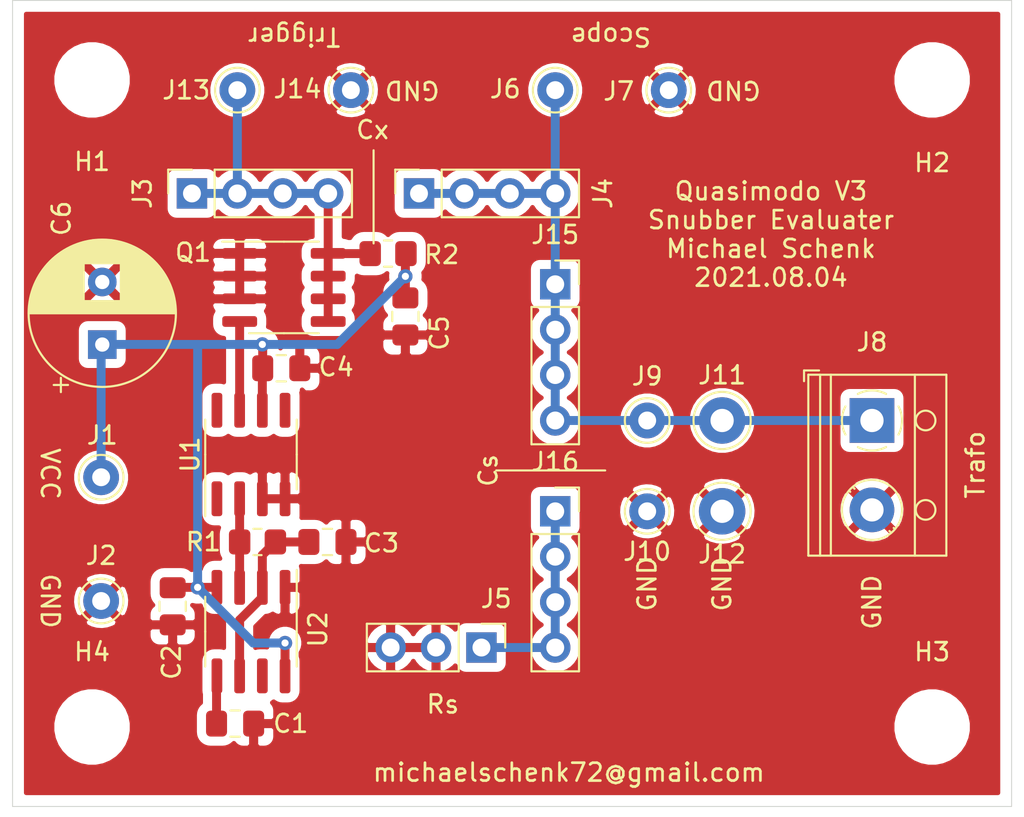
<source format=kicad_pcb>
(kicad_pcb (version 20171130) (host pcbnew "(5.1.10-0-10_14)")

  (general
    (thickness 1.6)
    (drawings 21)
    (tracks 62)
    (zones 0)
    (modules 31)
    (nets 10)
  )

  (page A4)
  (layers
    (0 F.Cu signal)
    (31 B.Cu signal)
    (32 B.Adhes user)
    (33 F.Adhes user)
    (34 B.Paste user)
    (35 F.Paste user)
    (36 B.SilkS user)
    (37 F.SilkS user)
    (38 B.Mask user)
    (39 F.Mask user)
    (40 Dwgs.User user)
    (41 Cmts.User user)
    (42 Eco1.User user)
    (43 Eco2.User user)
    (44 Edge.Cuts user)
    (45 Margin user)
    (46 B.CrtYd user)
    (47 F.CrtYd user)
    (48 B.Fab user)
    (49 F.Fab user)
  )

  (setup
    (last_trace_width 0.25)
    (user_trace_width 0.5)
    (trace_clearance 0.2)
    (zone_clearance 0.508)
    (zone_45_only no)
    (trace_min 0.2)
    (via_size 0.8)
    (via_drill 0.4)
    (via_min_size 0.4)
    (via_min_drill 0.3)
    (uvia_size 0.3)
    (uvia_drill 0.1)
    (uvias_allowed no)
    (uvia_min_size 0.2)
    (uvia_min_drill 0.1)
    (edge_width 0.05)
    (segment_width 0.2)
    (pcb_text_width 0.3)
    (pcb_text_size 1.5 1.5)
    (mod_edge_width 0.12)
    (mod_text_size 1 1)
    (mod_text_width 0.15)
    (pad_size 1.524 1.524)
    (pad_drill 0.762)
    (pad_to_mask_clearance 0)
    (aux_axis_origin 0 0)
    (visible_elements FFFFFF7F)
    (pcbplotparams
      (layerselection 0x010f0_ffffffff)
      (usegerberextensions false)
      (usegerberattributes false)
      (usegerberadvancedattributes false)
      (creategerberjobfile false)
      (excludeedgelayer true)
      (linewidth 0.100000)
      (plotframeref false)
      (viasonmask false)
      (mode 1)
      (useauxorigin false)
      (hpglpennumber 1)
      (hpglpenspeed 20)
      (hpglpendiameter 15.000000)
      (psnegative false)
      (psa4output false)
      (plotreference true)
      (plotvalue false)
      (plotinvisibletext false)
      (padsonsilk true)
      (subtractmaskfromsilk false)
      (outputformat 1)
      (mirror false)
      (drillshape 0)
      (scaleselection 1)
      (outputdirectory "gerber"))
  )

  (net 0 "")
  (net 1 GND)
  (net 2 "Net-(C1-Pad1)")
  (net 3 VCC)
  (net 4 "Net-(C3-Pad1)")
  (net 5 "Net-(J11-Pad1)")
  (net 6 "Net-(Q1-Pad4)")
  (net 7 "Net-(R1-Pad1)")
  (net 8 "Net-(J13-Pad1)")
  (net 9 "Net-(J16-Pad1)")

  (net_class Default "This is the default net class."
    (clearance 0.2)
    (trace_width 0.25)
    (via_dia 0.8)
    (via_drill 0.4)
    (uvia_dia 0.3)
    (uvia_drill 0.1)
    (add_net GND)
    (add_net "Net-(C1-Pad1)")
    (add_net "Net-(C3-Pad1)")
    (add_net "Net-(J11-Pad1)")
    (add_net "Net-(J13-Pad1)")
    (add_net "Net-(J16-Pad1)")
    (add_net "Net-(Q1-Pad4)")
    (add_net "Net-(R1-Pad1)")
    (add_net VCC)
  )

  (module TerminalBlock_RND:TerminalBlock_RND_205-00012_1x02_P5.00mm_Horizontal (layer F.Cu) (tedit 5B294F52) (tstamp 61032346)
    (at 162.3695 101.6 270)
    (descr "terminal block RND 205-00012, 2 pins, pitch 5mm, size 10x7.6mm^2, drill diamater 1.3mm, pad diameter 2.5mm, see http://cdn-reichelt.de/documents/datenblatt/C151/RND_205-00012_DB_EN.pdf, script-generated using https://github.com/pointhi/kicad-footprint-generator/scripts/TerminalBlock_RND")
    (tags "THT terminal block RND 205-00012 pitch 5mm size 10x7.6mm^2 drill 1.3mm pad 2.5mm")
    (path /6130BA00)
    (fp_text reference J8 (at -4.3815 0 180) (layer F.SilkS)
      (effects (font (size 1 1) (thickness 0.15)))
    )
    (fp_text value Screw_Terminal_01x02 (at 2.5 4.56 90) (layer F.Fab)
      (effects (font (size 1 1) (thickness 0.15)))
    )
    (fp_line (start 8 -4.6) (end -3 -4.6) (layer F.CrtYd) (width 0.05))
    (fp_line (start 8 4) (end 8 -4.6) (layer F.CrtYd) (width 0.05))
    (fp_line (start -3 4) (end 8 4) (layer F.CrtYd) (width 0.05))
    (fp_line (start -3 -4.6) (end -3 4) (layer F.CrtYd) (width 0.05))
    (fp_line (start -2.8 3.8) (end -2.2 3.8) (layer F.SilkS) (width 0.12))
    (fp_line (start -2.8 2.96) (end -2.8 3.8) (layer F.SilkS) (width 0.12))
    (fp_line (start 3.82 0.976) (end 3.726 1.069) (layer F.SilkS) (width 0.12))
    (fp_line (start 6.07 -1.275) (end 6.011 -1.216) (layer F.SilkS) (width 0.12))
    (fp_line (start 3.99 1.216) (end 3.931 1.274) (layer F.SilkS) (width 0.12))
    (fp_line (start 6.275 -1.069) (end 6.181 -0.976) (layer F.SilkS) (width 0.12))
    (fp_line (start 5.955 -1.138) (end 3.863 0.955) (layer F.Fab) (width 0.1))
    (fp_line (start 6.138 -0.955) (end 4.046 1.138) (layer F.Fab) (width 0.1))
    (fp_line (start 0.955 -1.138) (end -1.138 0.955) (layer F.Fab) (width 0.1))
    (fp_line (start 1.138 -0.955) (end -0.955 1.138) (layer F.Fab) (width 0.1))
    (fp_line (start 7.56 -4.16) (end 7.56 3.561) (layer F.SilkS) (width 0.12))
    (fp_line (start -2.56 -4.16) (end -2.56 3.561) (layer F.SilkS) (width 0.12))
    (fp_line (start -2.56 3.561) (end 7.56 3.561) (layer F.SilkS) (width 0.12))
    (fp_line (start -2.56 -4.16) (end 7.56 -4.16) (layer F.SilkS) (width 0.12))
    (fp_line (start -2.56 -2.4) (end 7.56 -2.4) (layer F.SilkS) (width 0.12))
    (fp_line (start -2.5 -2.4) (end 7.5 -2.4) (layer F.Fab) (width 0.1))
    (fp_line (start -2.56 2.3) (end 7.56 2.3) (layer F.SilkS) (width 0.12))
    (fp_line (start -2.5 2.3) (end 7.5 2.3) (layer F.Fab) (width 0.1))
    (fp_line (start -2.56 2.9) (end 7.56 2.9) (layer F.SilkS) (width 0.12))
    (fp_line (start -2.5 2.9) (end 7.5 2.9) (layer F.Fab) (width 0.1))
    (fp_line (start -2.5 2.9) (end -2.5 -4.1) (layer F.Fab) (width 0.1))
    (fp_line (start -1.9 3.5) (end -2.5 2.9) (layer F.Fab) (width 0.1))
    (fp_line (start 7.5 3.5) (end -1.9 3.5) (layer F.Fab) (width 0.1))
    (fp_line (start 7.5 -4.1) (end 7.5 3.5) (layer F.Fab) (width 0.1))
    (fp_line (start -2.5 -4.1) (end 7.5 -4.1) (layer F.Fab) (width 0.1))
    (fp_circle (center 5 -3) (end 5.55 -3) (layer F.SilkS) (width 0.12))
    (fp_circle (center 5 -3) (end 5.55 -3) (layer F.Fab) (width 0.1))
    (fp_circle (center 5 0) (end 6.68 0) (layer F.SilkS) (width 0.12))
    (fp_circle (center 5 0) (end 6.5 0) (layer F.Fab) (width 0.1))
    (fp_circle (center 0 -3) (end 0.55 -3) (layer F.SilkS) (width 0.12))
    (fp_circle (center 0 -3) (end 0.55 -3) (layer F.Fab) (width 0.1))
    (fp_circle (center 0 0) (end 1.5 0) (layer F.Fab) (width 0.1))
    (fp_text user %R (at 2.5 -5.16 90) (layer F.Fab)
      (effects (font (size 1 1) (thickness 0.15)))
    )
    (fp_arc (start 0 0) (end -0.789 1.484) (angle -29) (layer F.SilkS) (width 0.12))
    (fp_arc (start 0 0) (end -1.484 -0.789) (angle -56) (layer F.SilkS) (width 0.12))
    (fp_arc (start 0 0) (end 0.789 -1.484) (angle -56) (layer F.SilkS) (width 0.12))
    (fp_arc (start 0 0) (end 1.484 0.789) (angle -56) (layer F.SilkS) (width 0.12))
    (fp_arc (start 0 0) (end 0 1.68) (angle -28) (layer F.SilkS) (width 0.12))
    (pad 2 thru_hole circle (at 5 0 270) (size 2.5 2.5) (drill 1.3) (layers *.Cu *.Mask)
      (net 1 GND))
    (pad 1 thru_hole rect (at 0 0 270) (size 2.5 2.5) (drill 1.3) (layers *.Cu *.Mask)
      (net 5 "Net-(J11-Pad1)"))
    (model ${KISYS3DMOD}/TerminalBlock_RND.3dshapes/TerminalBlock_RND_205-00012_1x02_P5.00mm_Horizontal.wrl
      (at (xyz 0 0 0))
      (scale (xyz 1 1 1))
      (rotate (xyz 0 0 0))
    )
  )

  (module Capacitor_THT:CP_Radial_D8.0mm_P3.50mm (layer F.Cu) (tedit 5AE50EF0) (tstamp 610711F5)
    (at 119.3165 97.353 90)
    (descr "CP, Radial series, Radial, pin pitch=3.50mm, , diameter=8mm, Electrolytic Capacitor")
    (tags "CP Radial series Radial pin pitch 3.50mm  diameter 8mm Electrolytic Capacitor")
    (path /610CB6B5)
    (fp_text reference C6 (at 7.056 -2.286 90) (layer F.SilkS)
      (effects (font (size 1 1) (thickness 0.15)))
    )
    (fp_text value 220uF (at 1.75 5.25 90) (layer F.Fab)
      (effects (font (size 1 1) (thickness 0.15)))
    )
    (fp_line (start -2.259698 -2.715) (end -2.259698 -1.915) (layer F.SilkS) (width 0.12))
    (fp_line (start -2.659698 -2.315) (end -1.859698 -2.315) (layer F.SilkS) (width 0.12))
    (fp_line (start 5.831 -0.533) (end 5.831 0.533) (layer F.SilkS) (width 0.12))
    (fp_line (start 5.791 -0.768) (end 5.791 0.768) (layer F.SilkS) (width 0.12))
    (fp_line (start 5.751 -0.948) (end 5.751 0.948) (layer F.SilkS) (width 0.12))
    (fp_line (start 5.711 -1.098) (end 5.711 1.098) (layer F.SilkS) (width 0.12))
    (fp_line (start 5.671 -1.229) (end 5.671 1.229) (layer F.SilkS) (width 0.12))
    (fp_line (start 5.631 -1.346) (end 5.631 1.346) (layer F.SilkS) (width 0.12))
    (fp_line (start 5.591 -1.453) (end 5.591 1.453) (layer F.SilkS) (width 0.12))
    (fp_line (start 5.551 -1.552) (end 5.551 1.552) (layer F.SilkS) (width 0.12))
    (fp_line (start 5.511 -1.645) (end 5.511 1.645) (layer F.SilkS) (width 0.12))
    (fp_line (start 5.471 -1.731) (end 5.471 1.731) (layer F.SilkS) (width 0.12))
    (fp_line (start 5.431 -1.813) (end 5.431 1.813) (layer F.SilkS) (width 0.12))
    (fp_line (start 5.391 -1.89) (end 5.391 1.89) (layer F.SilkS) (width 0.12))
    (fp_line (start 5.351 -1.964) (end 5.351 1.964) (layer F.SilkS) (width 0.12))
    (fp_line (start 5.311 -2.034) (end 5.311 2.034) (layer F.SilkS) (width 0.12))
    (fp_line (start 5.271 -2.102) (end 5.271 2.102) (layer F.SilkS) (width 0.12))
    (fp_line (start 5.231 -2.166) (end 5.231 2.166) (layer F.SilkS) (width 0.12))
    (fp_line (start 5.191 -2.228) (end 5.191 2.228) (layer F.SilkS) (width 0.12))
    (fp_line (start 5.151 -2.287) (end 5.151 2.287) (layer F.SilkS) (width 0.12))
    (fp_line (start 5.111 -2.345) (end 5.111 2.345) (layer F.SilkS) (width 0.12))
    (fp_line (start 5.071 -2.4) (end 5.071 2.4) (layer F.SilkS) (width 0.12))
    (fp_line (start 5.031 -2.454) (end 5.031 2.454) (layer F.SilkS) (width 0.12))
    (fp_line (start 4.991 -2.505) (end 4.991 2.505) (layer F.SilkS) (width 0.12))
    (fp_line (start 4.951 -2.556) (end 4.951 2.556) (layer F.SilkS) (width 0.12))
    (fp_line (start 4.911 -2.604) (end 4.911 2.604) (layer F.SilkS) (width 0.12))
    (fp_line (start 4.871 -2.651) (end 4.871 2.651) (layer F.SilkS) (width 0.12))
    (fp_line (start 4.831 -2.697) (end 4.831 2.697) (layer F.SilkS) (width 0.12))
    (fp_line (start 4.791 -2.741) (end 4.791 2.741) (layer F.SilkS) (width 0.12))
    (fp_line (start 4.751 -2.784) (end 4.751 2.784) (layer F.SilkS) (width 0.12))
    (fp_line (start 4.711 -2.826) (end 4.711 2.826) (layer F.SilkS) (width 0.12))
    (fp_line (start 4.671 -2.867) (end 4.671 2.867) (layer F.SilkS) (width 0.12))
    (fp_line (start 4.631 -2.907) (end 4.631 2.907) (layer F.SilkS) (width 0.12))
    (fp_line (start 4.591 -2.945) (end 4.591 2.945) (layer F.SilkS) (width 0.12))
    (fp_line (start 4.551 -2.983) (end 4.551 2.983) (layer F.SilkS) (width 0.12))
    (fp_line (start 4.511 1.04) (end 4.511 3.019) (layer F.SilkS) (width 0.12))
    (fp_line (start 4.511 -3.019) (end 4.511 -1.04) (layer F.SilkS) (width 0.12))
    (fp_line (start 4.471 1.04) (end 4.471 3.055) (layer F.SilkS) (width 0.12))
    (fp_line (start 4.471 -3.055) (end 4.471 -1.04) (layer F.SilkS) (width 0.12))
    (fp_line (start 4.431 1.04) (end 4.431 3.09) (layer F.SilkS) (width 0.12))
    (fp_line (start 4.431 -3.09) (end 4.431 -1.04) (layer F.SilkS) (width 0.12))
    (fp_line (start 4.391 1.04) (end 4.391 3.124) (layer F.SilkS) (width 0.12))
    (fp_line (start 4.391 -3.124) (end 4.391 -1.04) (layer F.SilkS) (width 0.12))
    (fp_line (start 4.351 1.04) (end 4.351 3.156) (layer F.SilkS) (width 0.12))
    (fp_line (start 4.351 -3.156) (end 4.351 -1.04) (layer F.SilkS) (width 0.12))
    (fp_line (start 4.311 1.04) (end 4.311 3.189) (layer F.SilkS) (width 0.12))
    (fp_line (start 4.311 -3.189) (end 4.311 -1.04) (layer F.SilkS) (width 0.12))
    (fp_line (start 4.271 1.04) (end 4.271 3.22) (layer F.SilkS) (width 0.12))
    (fp_line (start 4.271 -3.22) (end 4.271 -1.04) (layer F.SilkS) (width 0.12))
    (fp_line (start 4.231 1.04) (end 4.231 3.25) (layer F.SilkS) (width 0.12))
    (fp_line (start 4.231 -3.25) (end 4.231 -1.04) (layer F.SilkS) (width 0.12))
    (fp_line (start 4.191 1.04) (end 4.191 3.28) (layer F.SilkS) (width 0.12))
    (fp_line (start 4.191 -3.28) (end 4.191 -1.04) (layer F.SilkS) (width 0.12))
    (fp_line (start 4.151 1.04) (end 4.151 3.309) (layer F.SilkS) (width 0.12))
    (fp_line (start 4.151 -3.309) (end 4.151 -1.04) (layer F.SilkS) (width 0.12))
    (fp_line (start 4.111 1.04) (end 4.111 3.338) (layer F.SilkS) (width 0.12))
    (fp_line (start 4.111 -3.338) (end 4.111 -1.04) (layer F.SilkS) (width 0.12))
    (fp_line (start 4.071 1.04) (end 4.071 3.365) (layer F.SilkS) (width 0.12))
    (fp_line (start 4.071 -3.365) (end 4.071 -1.04) (layer F.SilkS) (width 0.12))
    (fp_line (start 4.031 1.04) (end 4.031 3.392) (layer F.SilkS) (width 0.12))
    (fp_line (start 4.031 -3.392) (end 4.031 -1.04) (layer F.SilkS) (width 0.12))
    (fp_line (start 3.991 1.04) (end 3.991 3.418) (layer F.SilkS) (width 0.12))
    (fp_line (start 3.991 -3.418) (end 3.991 -1.04) (layer F.SilkS) (width 0.12))
    (fp_line (start 3.951 1.04) (end 3.951 3.444) (layer F.SilkS) (width 0.12))
    (fp_line (start 3.951 -3.444) (end 3.951 -1.04) (layer F.SilkS) (width 0.12))
    (fp_line (start 3.911 1.04) (end 3.911 3.469) (layer F.SilkS) (width 0.12))
    (fp_line (start 3.911 -3.469) (end 3.911 -1.04) (layer F.SilkS) (width 0.12))
    (fp_line (start 3.871 1.04) (end 3.871 3.493) (layer F.SilkS) (width 0.12))
    (fp_line (start 3.871 -3.493) (end 3.871 -1.04) (layer F.SilkS) (width 0.12))
    (fp_line (start 3.831 1.04) (end 3.831 3.517) (layer F.SilkS) (width 0.12))
    (fp_line (start 3.831 -3.517) (end 3.831 -1.04) (layer F.SilkS) (width 0.12))
    (fp_line (start 3.791 1.04) (end 3.791 3.54) (layer F.SilkS) (width 0.12))
    (fp_line (start 3.791 -3.54) (end 3.791 -1.04) (layer F.SilkS) (width 0.12))
    (fp_line (start 3.751 1.04) (end 3.751 3.562) (layer F.SilkS) (width 0.12))
    (fp_line (start 3.751 -3.562) (end 3.751 -1.04) (layer F.SilkS) (width 0.12))
    (fp_line (start 3.711 1.04) (end 3.711 3.584) (layer F.SilkS) (width 0.12))
    (fp_line (start 3.711 -3.584) (end 3.711 -1.04) (layer F.SilkS) (width 0.12))
    (fp_line (start 3.671 1.04) (end 3.671 3.606) (layer F.SilkS) (width 0.12))
    (fp_line (start 3.671 -3.606) (end 3.671 -1.04) (layer F.SilkS) (width 0.12))
    (fp_line (start 3.631 1.04) (end 3.631 3.627) (layer F.SilkS) (width 0.12))
    (fp_line (start 3.631 -3.627) (end 3.631 -1.04) (layer F.SilkS) (width 0.12))
    (fp_line (start 3.591 1.04) (end 3.591 3.647) (layer F.SilkS) (width 0.12))
    (fp_line (start 3.591 -3.647) (end 3.591 -1.04) (layer F.SilkS) (width 0.12))
    (fp_line (start 3.551 1.04) (end 3.551 3.666) (layer F.SilkS) (width 0.12))
    (fp_line (start 3.551 -3.666) (end 3.551 -1.04) (layer F.SilkS) (width 0.12))
    (fp_line (start 3.511 1.04) (end 3.511 3.686) (layer F.SilkS) (width 0.12))
    (fp_line (start 3.511 -3.686) (end 3.511 -1.04) (layer F.SilkS) (width 0.12))
    (fp_line (start 3.471 1.04) (end 3.471 3.704) (layer F.SilkS) (width 0.12))
    (fp_line (start 3.471 -3.704) (end 3.471 -1.04) (layer F.SilkS) (width 0.12))
    (fp_line (start 3.431 1.04) (end 3.431 3.722) (layer F.SilkS) (width 0.12))
    (fp_line (start 3.431 -3.722) (end 3.431 -1.04) (layer F.SilkS) (width 0.12))
    (fp_line (start 3.391 1.04) (end 3.391 3.74) (layer F.SilkS) (width 0.12))
    (fp_line (start 3.391 -3.74) (end 3.391 -1.04) (layer F.SilkS) (width 0.12))
    (fp_line (start 3.351 1.04) (end 3.351 3.757) (layer F.SilkS) (width 0.12))
    (fp_line (start 3.351 -3.757) (end 3.351 -1.04) (layer F.SilkS) (width 0.12))
    (fp_line (start 3.311 1.04) (end 3.311 3.774) (layer F.SilkS) (width 0.12))
    (fp_line (start 3.311 -3.774) (end 3.311 -1.04) (layer F.SilkS) (width 0.12))
    (fp_line (start 3.271 1.04) (end 3.271 3.79) (layer F.SilkS) (width 0.12))
    (fp_line (start 3.271 -3.79) (end 3.271 -1.04) (layer F.SilkS) (width 0.12))
    (fp_line (start 3.231 1.04) (end 3.231 3.805) (layer F.SilkS) (width 0.12))
    (fp_line (start 3.231 -3.805) (end 3.231 -1.04) (layer F.SilkS) (width 0.12))
    (fp_line (start 3.191 1.04) (end 3.191 3.821) (layer F.SilkS) (width 0.12))
    (fp_line (start 3.191 -3.821) (end 3.191 -1.04) (layer F.SilkS) (width 0.12))
    (fp_line (start 3.151 1.04) (end 3.151 3.835) (layer F.SilkS) (width 0.12))
    (fp_line (start 3.151 -3.835) (end 3.151 -1.04) (layer F.SilkS) (width 0.12))
    (fp_line (start 3.111 1.04) (end 3.111 3.85) (layer F.SilkS) (width 0.12))
    (fp_line (start 3.111 -3.85) (end 3.111 -1.04) (layer F.SilkS) (width 0.12))
    (fp_line (start 3.071 1.04) (end 3.071 3.863) (layer F.SilkS) (width 0.12))
    (fp_line (start 3.071 -3.863) (end 3.071 -1.04) (layer F.SilkS) (width 0.12))
    (fp_line (start 3.031 1.04) (end 3.031 3.877) (layer F.SilkS) (width 0.12))
    (fp_line (start 3.031 -3.877) (end 3.031 -1.04) (layer F.SilkS) (width 0.12))
    (fp_line (start 2.991 1.04) (end 2.991 3.889) (layer F.SilkS) (width 0.12))
    (fp_line (start 2.991 -3.889) (end 2.991 -1.04) (layer F.SilkS) (width 0.12))
    (fp_line (start 2.951 1.04) (end 2.951 3.902) (layer F.SilkS) (width 0.12))
    (fp_line (start 2.951 -3.902) (end 2.951 -1.04) (layer F.SilkS) (width 0.12))
    (fp_line (start 2.911 1.04) (end 2.911 3.914) (layer F.SilkS) (width 0.12))
    (fp_line (start 2.911 -3.914) (end 2.911 -1.04) (layer F.SilkS) (width 0.12))
    (fp_line (start 2.871 1.04) (end 2.871 3.925) (layer F.SilkS) (width 0.12))
    (fp_line (start 2.871 -3.925) (end 2.871 -1.04) (layer F.SilkS) (width 0.12))
    (fp_line (start 2.831 1.04) (end 2.831 3.936) (layer F.SilkS) (width 0.12))
    (fp_line (start 2.831 -3.936) (end 2.831 -1.04) (layer F.SilkS) (width 0.12))
    (fp_line (start 2.791 1.04) (end 2.791 3.947) (layer F.SilkS) (width 0.12))
    (fp_line (start 2.791 -3.947) (end 2.791 -1.04) (layer F.SilkS) (width 0.12))
    (fp_line (start 2.751 1.04) (end 2.751 3.957) (layer F.SilkS) (width 0.12))
    (fp_line (start 2.751 -3.957) (end 2.751 -1.04) (layer F.SilkS) (width 0.12))
    (fp_line (start 2.711 1.04) (end 2.711 3.967) (layer F.SilkS) (width 0.12))
    (fp_line (start 2.711 -3.967) (end 2.711 -1.04) (layer F.SilkS) (width 0.12))
    (fp_line (start 2.671 1.04) (end 2.671 3.976) (layer F.SilkS) (width 0.12))
    (fp_line (start 2.671 -3.976) (end 2.671 -1.04) (layer F.SilkS) (width 0.12))
    (fp_line (start 2.631 1.04) (end 2.631 3.985) (layer F.SilkS) (width 0.12))
    (fp_line (start 2.631 -3.985) (end 2.631 -1.04) (layer F.SilkS) (width 0.12))
    (fp_line (start 2.591 1.04) (end 2.591 3.994) (layer F.SilkS) (width 0.12))
    (fp_line (start 2.591 -3.994) (end 2.591 -1.04) (layer F.SilkS) (width 0.12))
    (fp_line (start 2.551 1.04) (end 2.551 4.002) (layer F.SilkS) (width 0.12))
    (fp_line (start 2.551 -4.002) (end 2.551 -1.04) (layer F.SilkS) (width 0.12))
    (fp_line (start 2.511 1.04) (end 2.511 4.01) (layer F.SilkS) (width 0.12))
    (fp_line (start 2.511 -4.01) (end 2.511 -1.04) (layer F.SilkS) (width 0.12))
    (fp_line (start 2.471 1.04) (end 2.471 4.017) (layer F.SilkS) (width 0.12))
    (fp_line (start 2.471 -4.017) (end 2.471 -1.04) (layer F.SilkS) (width 0.12))
    (fp_line (start 2.43 -4.024) (end 2.43 4.024) (layer F.SilkS) (width 0.12))
    (fp_line (start 2.39 -4.03) (end 2.39 4.03) (layer F.SilkS) (width 0.12))
    (fp_line (start 2.35 -4.037) (end 2.35 4.037) (layer F.SilkS) (width 0.12))
    (fp_line (start 2.31 -4.042) (end 2.31 4.042) (layer F.SilkS) (width 0.12))
    (fp_line (start 2.27 -4.048) (end 2.27 4.048) (layer F.SilkS) (width 0.12))
    (fp_line (start 2.23 -4.052) (end 2.23 4.052) (layer F.SilkS) (width 0.12))
    (fp_line (start 2.19 -4.057) (end 2.19 4.057) (layer F.SilkS) (width 0.12))
    (fp_line (start 2.15 -4.061) (end 2.15 4.061) (layer F.SilkS) (width 0.12))
    (fp_line (start 2.11 -4.065) (end 2.11 4.065) (layer F.SilkS) (width 0.12))
    (fp_line (start 2.07 -4.068) (end 2.07 4.068) (layer F.SilkS) (width 0.12))
    (fp_line (start 2.03 -4.071) (end 2.03 4.071) (layer F.SilkS) (width 0.12))
    (fp_line (start 1.99 -4.074) (end 1.99 4.074) (layer F.SilkS) (width 0.12))
    (fp_line (start 1.95 -4.076) (end 1.95 4.076) (layer F.SilkS) (width 0.12))
    (fp_line (start 1.91 -4.077) (end 1.91 4.077) (layer F.SilkS) (width 0.12))
    (fp_line (start 1.87 -4.079) (end 1.87 4.079) (layer F.SilkS) (width 0.12))
    (fp_line (start 1.83 -4.08) (end 1.83 4.08) (layer F.SilkS) (width 0.12))
    (fp_line (start 1.79 -4.08) (end 1.79 4.08) (layer F.SilkS) (width 0.12))
    (fp_line (start 1.75 -4.08) (end 1.75 4.08) (layer F.SilkS) (width 0.12))
    (fp_line (start -1.276759 -2.1475) (end -1.276759 -1.3475) (layer F.Fab) (width 0.1))
    (fp_line (start -1.676759 -1.7475) (end -0.876759 -1.7475) (layer F.Fab) (width 0.1))
    (fp_circle (center 1.75 0) (end 6 0) (layer F.CrtYd) (width 0.05))
    (fp_circle (center 1.75 0) (end 5.87 0) (layer F.SilkS) (width 0.12))
    (fp_circle (center 1.75 0) (end 5.75 0) (layer F.Fab) (width 0.1))
    (fp_text user %R (at 1.75 0 90) (layer F.Fab)
      (effects (font (size 1 1) (thickness 0.15)))
    )
    (pad 2 thru_hole circle (at 3.5 0 90) (size 1.6 1.6) (drill 0.8) (layers *.Cu *.Mask)
      (net 1 GND))
    (pad 1 thru_hole rect (at 0 0 90) (size 1.6 1.6) (drill 0.8) (layers *.Cu *.Mask)
      (net 3 VCC))
    (model ${KISYS3DMOD}/Capacitor_THT.3dshapes/CP_Radial_D8.0mm_P3.50mm.wrl
      (at (xyz 0 0 0))
      (scale (xyz 1 1 1))
      (rotate (xyz 0 0 0))
    )
  )

  (module Connector_PinSocket_2.54mm:PinSocket_1x04_P2.54mm_Vertical (layer F.Cu) (tedit 5A19A429) (tstamp 6106F857)
    (at 144.653 106.68)
    (descr "Through hole straight socket strip, 1x04, 2.54mm pitch, single row (from Kicad 4.0.7), script generated")
    (tags "Through hole socket strip THT 1x04 2.54mm single row")
    (path /610C353E)
    (fp_text reference J16 (at 0 -2.77) (layer F.SilkS)
      (effects (font (size 1 1) (thickness 0.15)))
    )
    (fp_text value Conn_01x04 (at 0 10.39) (layer F.Fab)
      (effects (font (size 1 1) (thickness 0.15)))
    )
    (fp_line (start -1.27 -1.27) (end 0.635 -1.27) (layer F.Fab) (width 0.1))
    (fp_line (start 0.635 -1.27) (end 1.27 -0.635) (layer F.Fab) (width 0.1))
    (fp_line (start 1.27 -0.635) (end 1.27 8.89) (layer F.Fab) (width 0.1))
    (fp_line (start 1.27 8.89) (end -1.27 8.89) (layer F.Fab) (width 0.1))
    (fp_line (start -1.27 8.89) (end -1.27 -1.27) (layer F.Fab) (width 0.1))
    (fp_line (start -1.33 1.27) (end 1.33 1.27) (layer F.SilkS) (width 0.12))
    (fp_line (start -1.33 1.27) (end -1.33 8.95) (layer F.SilkS) (width 0.12))
    (fp_line (start -1.33 8.95) (end 1.33 8.95) (layer F.SilkS) (width 0.12))
    (fp_line (start 1.33 1.27) (end 1.33 8.95) (layer F.SilkS) (width 0.12))
    (fp_line (start 1.33 -1.33) (end 1.33 0) (layer F.SilkS) (width 0.12))
    (fp_line (start 0 -1.33) (end 1.33 -1.33) (layer F.SilkS) (width 0.12))
    (fp_line (start -1.8 -1.8) (end 1.75 -1.8) (layer F.CrtYd) (width 0.05))
    (fp_line (start 1.75 -1.8) (end 1.75 9.4) (layer F.CrtYd) (width 0.05))
    (fp_line (start 1.75 9.4) (end -1.8 9.4) (layer F.CrtYd) (width 0.05))
    (fp_line (start -1.8 9.4) (end -1.8 -1.8) (layer F.CrtYd) (width 0.05))
    (fp_text user %R (at 0 3.81 90) (layer F.Fab)
      (effects (font (size 1 1) (thickness 0.15)))
    )
    (pad 4 thru_hole oval (at 0 7.62) (size 1.7 1.7) (drill 1) (layers *.Cu *.Mask)
      (net 9 "Net-(J16-Pad1)"))
    (pad 3 thru_hole oval (at 0 5.08) (size 1.7 1.7) (drill 1) (layers *.Cu *.Mask)
      (net 9 "Net-(J16-Pad1)"))
    (pad 2 thru_hole oval (at 0 2.54) (size 1.7 1.7) (drill 1) (layers *.Cu *.Mask)
      (net 9 "Net-(J16-Pad1)"))
    (pad 1 thru_hole rect (at 0 0) (size 1.7 1.7) (drill 1) (layers *.Cu *.Mask)
      (net 9 "Net-(J16-Pad1)"))
    (model ${KISYS3DMOD}/Connector_PinSocket_2.54mm.3dshapes/PinSocket_1x04_P2.54mm_Vertical.wrl
      (at (xyz 0 0 0))
      (scale (xyz 1 1 1))
      (rotate (xyz 0 0 0))
    )
  )

  (module Connector_PinSocket_2.54mm:PinSocket_1x04_P2.54mm_Vertical (layer F.Cu) (tedit 5A19A429) (tstamp 6106F83F)
    (at 144.653 93.98)
    (descr "Through hole straight socket strip, 1x04, 2.54mm pitch, single row (from Kicad 4.0.7), script generated")
    (tags "Through hole socket strip THT 1x04 2.54mm single row")
    (path /610C22BD)
    (fp_text reference J15 (at 0 -2.77) (layer F.SilkS)
      (effects (font (size 1 1) (thickness 0.15)))
    )
    (fp_text value Conn_01x04 (at 0 10.39) (layer F.Fab)
      (effects (font (size 1 1) (thickness 0.15)))
    )
    (fp_line (start -1.27 -1.27) (end 0.635 -1.27) (layer F.Fab) (width 0.1))
    (fp_line (start 0.635 -1.27) (end 1.27 -0.635) (layer F.Fab) (width 0.1))
    (fp_line (start 1.27 -0.635) (end 1.27 8.89) (layer F.Fab) (width 0.1))
    (fp_line (start 1.27 8.89) (end -1.27 8.89) (layer F.Fab) (width 0.1))
    (fp_line (start -1.27 8.89) (end -1.27 -1.27) (layer F.Fab) (width 0.1))
    (fp_line (start -1.33 1.27) (end 1.33 1.27) (layer F.SilkS) (width 0.12))
    (fp_line (start -1.33 1.27) (end -1.33 8.95) (layer F.SilkS) (width 0.12))
    (fp_line (start -1.33 8.95) (end 1.33 8.95) (layer F.SilkS) (width 0.12))
    (fp_line (start 1.33 1.27) (end 1.33 8.95) (layer F.SilkS) (width 0.12))
    (fp_line (start 1.33 -1.33) (end 1.33 0) (layer F.SilkS) (width 0.12))
    (fp_line (start 0 -1.33) (end 1.33 -1.33) (layer F.SilkS) (width 0.12))
    (fp_line (start -1.8 -1.8) (end 1.75 -1.8) (layer F.CrtYd) (width 0.05))
    (fp_line (start 1.75 -1.8) (end 1.75 9.4) (layer F.CrtYd) (width 0.05))
    (fp_line (start 1.75 9.4) (end -1.8 9.4) (layer F.CrtYd) (width 0.05))
    (fp_line (start -1.8 9.4) (end -1.8 -1.8) (layer F.CrtYd) (width 0.05))
    (fp_text user %R (at 0 3.81 90) (layer F.Fab)
      (effects (font (size 1 1) (thickness 0.15)))
    )
    (pad 4 thru_hole oval (at 0 7.62) (size 1.7 1.7) (drill 1) (layers *.Cu *.Mask)
      (net 5 "Net-(J11-Pad1)"))
    (pad 3 thru_hole oval (at 0 5.08) (size 1.7 1.7) (drill 1) (layers *.Cu *.Mask)
      (net 5 "Net-(J11-Pad1)"))
    (pad 2 thru_hole oval (at 0 2.54) (size 1.7 1.7) (drill 1) (layers *.Cu *.Mask)
      (net 5 "Net-(J11-Pad1)"))
    (pad 1 thru_hole rect (at 0 0) (size 1.7 1.7) (drill 1) (layers *.Cu *.Mask)
      (net 5 "Net-(J11-Pad1)"))
    (model ${KISYS3DMOD}/Connector_PinSocket_2.54mm.3dshapes/PinSocket_1x04_P2.54mm_Vertical.wrl
      (at (xyz 0 0 0))
      (scale (xyz 1 1 1))
      (rotate (xyz 0 0 0))
    )
  )

  (module Connector_PinSocket_2.54mm:PinSocket_1x04_P2.54mm_Vertical (layer F.Cu) (tedit 5A19A429) (tstamp 6106F725)
    (at 137.033 88.9 90)
    (descr "Through hole straight socket strip, 1x04, 2.54mm pitch, single row (from Kicad 4.0.7), script generated")
    (tags "Through hole socket strip THT 1x04 2.54mm single row")
    (path /61086E87)
    (fp_text reference J4 (at 0 10.287 90) (layer F.SilkS)
      (effects (font (size 1 1) (thickness 0.15)))
    )
    (fp_text value Conn_01x04 (at 0 10.39 90) (layer F.Fab)
      (effects (font (size 1 1) (thickness 0.15)))
    )
    (fp_line (start -1.27 -1.27) (end 0.635 -1.27) (layer F.Fab) (width 0.1))
    (fp_line (start 0.635 -1.27) (end 1.27 -0.635) (layer F.Fab) (width 0.1))
    (fp_line (start 1.27 -0.635) (end 1.27 8.89) (layer F.Fab) (width 0.1))
    (fp_line (start 1.27 8.89) (end -1.27 8.89) (layer F.Fab) (width 0.1))
    (fp_line (start -1.27 8.89) (end -1.27 -1.27) (layer F.Fab) (width 0.1))
    (fp_line (start -1.33 1.27) (end 1.33 1.27) (layer F.SilkS) (width 0.12))
    (fp_line (start -1.33 1.27) (end -1.33 8.95) (layer F.SilkS) (width 0.12))
    (fp_line (start -1.33 8.95) (end 1.33 8.95) (layer F.SilkS) (width 0.12))
    (fp_line (start 1.33 1.27) (end 1.33 8.95) (layer F.SilkS) (width 0.12))
    (fp_line (start 1.33 -1.33) (end 1.33 0) (layer F.SilkS) (width 0.12))
    (fp_line (start 0 -1.33) (end 1.33 -1.33) (layer F.SilkS) (width 0.12))
    (fp_line (start -1.8 -1.8) (end 1.75 -1.8) (layer F.CrtYd) (width 0.05))
    (fp_line (start 1.75 -1.8) (end 1.75 9.4) (layer F.CrtYd) (width 0.05))
    (fp_line (start 1.75 9.4) (end -1.8 9.4) (layer F.CrtYd) (width 0.05))
    (fp_line (start -1.8 9.4) (end -1.8 -1.8) (layer F.CrtYd) (width 0.05))
    (fp_text user %R (at 0 3.81) (layer F.Fab)
      (effects (font (size 1 1) (thickness 0.15)))
    )
    (pad 4 thru_hole oval (at 0 7.62 90) (size 1.7 1.7) (drill 1) (layers *.Cu *.Mask)
      (net 5 "Net-(J11-Pad1)"))
    (pad 3 thru_hole oval (at 0 5.08 90) (size 1.7 1.7) (drill 1) (layers *.Cu *.Mask)
      (net 5 "Net-(J11-Pad1)"))
    (pad 2 thru_hole oval (at 0 2.54 90) (size 1.7 1.7) (drill 1) (layers *.Cu *.Mask)
      (net 5 "Net-(J11-Pad1)"))
    (pad 1 thru_hole rect (at 0 0 90) (size 1.7 1.7) (drill 1) (layers *.Cu *.Mask)
      (net 5 "Net-(J11-Pad1)"))
    (model ${KISYS3DMOD}/Connector_PinSocket_2.54mm.3dshapes/PinSocket_1x04_P2.54mm_Vertical.wrl
      (at (xyz 0 0 0))
      (scale (xyz 1 1 1))
      (rotate (xyz 0 0 0))
    )
  )

  (module Connector_PinSocket_2.54mm:PinSocket_1x04_P2.54mm_Vertical (layer F.Cu) (tedit 5A19A429) (tstamp 6106F70D)
    (at 124.333 88.9 90)
    (descr "Through hole straight socket strip, 1x04, 2.54mm pitch, single row (from Kicad 4.0.7), script generated")
    (tags "Through hole socket strip THT 1x04 2.54mm single row")
    (path /6108568F)
    (fp_text reference J3 (at 0 -2.77 90) (layer F.SilkS)
      (effects (font (size 1 1) (thickness 0.15)))
    )
    (fp_text value Conn_01x04 (at 0 10.39 90) (layer F.Fab)
      (effects (font (size 1 1) (thickness 0.15)))
    )
    (fp_line (start -1.27 -1.27) (end 0.635 -1.27) (layer F.Fab) (width 0.1))
    (fp_line (start 0.635 -1.27) (end 1.27 -0.635) (layer F.Fab) (width 0.1))
    (fp_line (start 1.27 -0.635) (end 1.27 8.89) (layer F.Fab) (width 0.1))
    (fp_line (start 1.27 8.89) (end -1.27 8.89) (layer F.Fab) (width 0.1))
    (fp_line (start -1.27 8.89) (end -1.27 -1.27) (layer F.Fab) (width 0.1))
    (fp_line (start -1.33 1.27) (end 1.33 1.27) (layer F.SilkS) (width 0.12))
    (fp_line (start -1.33 1.27) (end -1.33 8.95) (layer F.SilkS) (width 0.12))
    (fp_line (start -1.33 8.95) (end 1.33 8.95) (layer F.SilkS) (width 0.12))
    (fp_line (start 1.33 1.27) (end 1.33 8.95) (layer F.SilkS) (width 0.12))
    (fp_line (start 1.33 -1.33) (end 1.33 0) (layer F.SilkS) (width 0.12))
    (fp_line (start 0 -1.33) (end 1.33 -1.33) (layer F.SilkS) (width 0.12))
    (fp_line (start -1.8 -1.8) (end 1.75 -1.8) (layer F.CrtYd) (width 0.05))
    (fp_line (start 1.75 -1.8) (end 1.75 9.4) (layer F.CrtYd) (width 0.05))
    (fp_line (start 1.75 9.4) (end -1.8 9.4) (layer F.CrtYd) (width 0.05))
    (fp_line (start -1.8 9.4) (end -1.8 -1.8) (layer F.CrtYd) (width 0.05))
    (fp_text user %R (at 0 3.81) (layer F.Fab)
      (effects (font (size 1 1) (thickness 0.15)))
    )
    (pad 4 thru_hole oval (at 0 7.62 90) (size 1.7 1.7) (drill 1) (layers *.Cu *.Mask)
      (net 8 "Net-(J13-Pad1)"))
    (pad 3 thru_hole oval (at 0 5.08 90) (size 1.7 1.7) (drill 1) (layers *.Cu *.Mask)
      (net 8 "Net-(J13-Pad1)"))
    (pad 2 thru_hole oval (at 0 2.54 90) (size 1.7 1.7) (drill 1) (layers *.Cu *.Mask)
      (net 8 "Net-(J13-Pad1)"))
    (pad 1 thru_hole rect (at 0 0 90) (size 1.7 1.7) (drill 1) (layers *.Cu *.Mask)
      (net 8 "Net-(J13-Pad1)"))
    (model ${KISYS3DMOD}/Connector_PinSocket_2.54mm.3dshapes/PinSocket_1x04_P2.54mm_Vertical.wrl
      (at (xyz 0 0 0))
      (scale (xyz 1 1 1))
      (rotate (xyz 0 0 0))
    )
  )

  (module Connector_Pin:Pin_D1.0mm_L10.0mm (layer F.Cu) (tedit 5A1DC084) (tstamp 61071BE3)
    (at 133.223 83.1215)
    (descr "solder Pin_ diameter 1.0mm, hole diameter 1.0mm (press fit), length 10.0mm")
    (tags "solder Pin_ press fit")
    (path /6107C163)
    (fp_text reference J14 (at -2.9845 -0.0635) (layer F.SilkS)
      (effects (font (size 1 1) (thickness 0.15)))
    )
    (fp_text value Conn_01x01 (at 0 -2.05) (layer F.Fab)
      (effects (font (size 1 1) (thickness 0.15)))
    )
    (fp_circle (center 0 0) (end 1.25 0.05) (layer F.SilkS) (width 0.12))
    (fp_circle (center 0 0) (end 1 0) (layer F.Fab) (width 0.12))
    (fp_circle (center 0 0) (end 0.5 0) (layer F.Fab) (width 0.12))
    (fp_circle (center 0 0) (end 1.5 0) (layer F.CrtYd) (width 0.05))
    (fp_text user %R (at 0 2.25) (layer F.Fab)
      (effects (font (size 1 1) (thickness 0.15)))
    )
    (pad 1 thru_hole circle (at 0 0) (size 2 2) (drill 1) (layers *.Cu *.Mask)
      (net 1 GND))
    (model ${KISYS3DMOD}/Connector_Pin.3dshapes/Pin_D1.0mm_L10.0mm.wrl
      (at (xyz 0 0 0))
      (scale (xyz 1 1 1))
      (rotate (xyz 0 0 0))
    )
  )

  (module Connector_Pin:Pin_D1.0mm_L10.0mm (layer F.Cu) (tedit 5A1DC084) (tstamp 6106CA7E)
    (at 126.873 83.1215)
    (descr "solder Pin_ diameter 1.0mm, hole diameter 1.0mm (press fit), length 10.0mm")
    (tags "solder Pin_ press fit")
    (path /6107C159)
    (fp_text reference J13 (at -2.8575 0) (layer F.SilkS)
      (effects (font (size 1 1) (thickness 0.15)))
    )
    (fp_text value Trigger (at 0 -2.05) (layer F.Fab)
      (effects (font (size 1 1) (thickness 0.15)))
    )
    (fp_circle (center 0 0) (end 1.25 0.05) (layer F.SilkS) (width 0.12))
    (fp_circle (center 0 0) (end 1 0) (layer F.Fab) (width 0.12))
    (fp_circle (center 0 0) (end 0.5 0) (layer F.Fab) (width 0.12))
    (fp_circle (center 0 0) (end 1.5 0) (layer F.CrtYd) (width 0.05))
    (fp_text user %R (at 0 2.25) (layer F.Fab)
      (effects (font (size 1 1) (thickness 0.15)))
    )
    (pad 1 thru_hole circle (at 0 0) (size 2 2) (drill 1) (layers *.Cu *.Mask)
      (net 8 "Net-(J13-Pad1)"))
    (model ${KISYS3DMOD}/Connector_Pin.3dshapes/Pin_D1.0mm_L10.0mm.wrl
      (at (xyz 0 0 0))
      (scale (xyz 1 1 1))
      (rotate (xyz 0 0 0))
    )
  )

  (module Package_SO:SOIC-8_3.9x4.9mm_P1.27mm (layer F.Cu) (tedit 5D9F72B1) (tstamp 6103113D)
    (at 127.635 113.4095 270)
    (descr "SOIC, 8 Pin (JEDEC MS-012AA, https://www.analog.com/media/en/package-pcb-resources/package/pkg_pdf/soic_narrow-r/r_8.pdf), generated with kicad-footprint-generator ipc_gullwing_generator.py")
    (tags "SOIC SO")
    (path /612FE8A1)
    (attr smd)
    (fp_text reference U2 (at -0.1255 -3.7465 90) (layer F.SilkS)
      (effects (font (size 1 1) (thickness 0.15)))
    )
    (fp_text value TLC555xD (at 0 3.4 90) (layer F.Fab)
      (effects (font (size 1 1) (thickness 0.15)))
    )
    (fp_line (start 0 2.56) (end 1.95 2.56) (layer F.SilkS) (width 0.12))
    (fp_line (start 0 2.56) (end -1.95 2.56) (layer F.SilkS) (width 0.12))
    (fp_line (start 0 -2.56) (end 1.95 -2.56) (layer F.SilkS) (width 0.12))
    (fp_line (start 0 -2.56) (end -3.45 -2.56) (layer F.SilkS) (width 0.12))
    (fp_line (start -0.975 -2.45) (end 1.95 -2.45) (layer F.Fab) (width 0.1))
    (fp_line (start 1.95 -2.45) (end 1.95 2.45) (layer F.Fab) (width 0.1))
    (fp_line (start 1.95 2.45) (end -1.95 2.45) (layer F.Fab) (width 0.1))
    (fp_line (start -1.95 2.45) (end -1.95 -1.475) (layer F.Fab) (width 0.1))
    (fp_line (start -1.95 -1.475) (end -0.975 -2.45) (layer F.Fab) (width 0.1))
    (fp_line (start -3.7 -2.7) (end -3.7 2.7) (layer F.CrtYd) (width 0.05))
    (fp_line (start -3.7 2.7) (end 3.7 2.7) (layer F.CrtYd) (width 0.05))
    (fp_line (start 3.7 2.7) (end 3.7 -2.7) (layer F.CrtYd) (width 0.05))
    (fp_line (start 3.7 -2.7) (end -3.7 -2.7) (layer F.CrtYd) (width 0.05))
    (fp_text user %R (at 0 0 90) (layer F.Fab)
      (effects (font (size 0.98 0.98) (thickness 0.15)))
    )
    (pad 8 smd roundrect (at 2.475 -1.905 270) (size 1.95 0.6) (layers F.Cu F.Paste F.Mask) (roundrect_rratio 0.25)
      (net 3 VCC))
    (pad 7 smd roundrect (at 2.475 -0.635 270) (size 1.95 0.6) (layers F.Cu F.Paste F.Mask) (roundrect_rratio 0.25))
    (pad 6 smd roundrect (at 2.475 0.635 270) (size 1.95 0.6) (layers F.Cu F.Paste F.Mask) (roundrect_rratio 0.25)
      (net 4 "Net-(C3-Pad1)"))
    (pad 5 smd roundrect (at 2.475 1.905 270) (size 1.95 0.6) (layers F.Cu F.Paste F.Mask) (roundrect_rratio 0.25)
      (net 2 "Net-(C1-Pad1)"))
    (pad 4 smd roundrect (at -2.475 1.905 270) (size 1.95 0.6) (layers F.Cu F.Paste F.Mask) (roundrect_rratio 0.25)
      (net 3 VCC))
    (pad 3 smd roundrect (at -2.475 0.635 270) (size 1.95 0.6) (layers F.Cu F.Paste F.Mask) (roundrect_rratio 0.25)
      (net 7 "Net-(R1-Pad1)"))
    (pad 2 smd roundrect (at -2.475 -0.635 270) (size 1.95 0.6) (layers F.Cu F.Paste F.Mask) (roundrect_rratio 0.25)
      (net 4 "Net-(C3-Pad1)"))
    (pad 1 smd roundrect (at -2.475 -1.905 270) (size 1.95 0.6) (layers F.Cu F.Paste F.Mask) (roundrect_rratio 0.25)
      (net 1 GND))
    (model ${KISYS3DMOD}/Package_SO.3dshapes/SOIC-8_3.9x4.9mm_P1.27mm.wrl
      (at (xyz 0 0 0))
      (scale (xyz 1 1 1))
      (rotate (xyz 0 0 0))
    )
  )

  (module Package_SO:SOIC-8_3.9x4.9mm_P1.27mm (layer F.Cu) (tedit 5D9F72B1) (tstamp 61031123)
    (at 127.635 103.5035 90)
    (descr "SOIC, 8 Pin (JEDEC MS-012AA, https://www.analog.com/media/en/package-pcb-resources/package/pkg_pdf/soic_narrow-r/r_8.pdf), generated with kicad-footprint-generator ipc_gullwing_generator.py")
    (tags "SOIC SO")
    (path /612FC640)
    (attr smd)
    (fp_text reference U1 (at 0 -3.4 90) (layer F.SilkS)
      (effects (font (size 1 1) (thickness 0.15)))
    )
    (fp_text value MIC4427 (at 0 3.4 90) (layer F.Fab)
      (effects (font (size 1 1) (thickness 0.15)))
    )
    (fp_line (start 0 2.56) (end 1.95 2.56) (layer F.SilkS) (width 0.12))
    (fp_line (start 0 2.56) (end -1.95 2.56) (layer F.SilkS) (width 0.12))
    (fp_line (start 0 -2.56) (end 1.95 -2.56) (layer F.SilkS) (width 0.12))
    (fp_line (start 0 -2.56) (end -3.45 -2.56) (layer F.SilkS) (width 0.12))
    (fp_line (start -0.975 -2.45) (end 1.95 -2.45) (layer F.Fab) (width 0.1))
    (fp_line (start 1.95 -2.45) (end 1.95 2.45) (layer F.Fab) (width 0.1))
    (fp_line (start 1.95 2.45) (end -1.95 2.45) (layer F.Fab) (width 0.1))
    (fp_line (start -1.95 2.45) (end -1.95 -1.475) (layer F.Fab) (width 0.1))
    (fp_line (start -1.95 -1.475) (end -0.975 -2.45) (layer F.Fab) (width 0.1))
    (fp_line (start -3.7 -2.7) (end -3.7 2.7) (layer F.CrtYd) (width 0.05))
    (fp_line (start -3.7 2.7) (end 3.7 2.7) (layer F.CrtYd) (width 0.05))
    (fp_line (start 3.7 2.7) (end 3.7 -2.7) (layer F.CrtYd) (width 0.05))
    (fp_line (start 3.7 -2.7) (end -3.7 -2.7) (layer F.CrtYd) (width 0.05))
    (fp_text user %R (at 0 0 90) (layer F.Fab)
      (effects (font (size 0.98 0.98) (thickness 0.15)))
    )
    (pad 8 smd roundrect (at 2.475 -1.905 90) (size 1.95 0.6) (layers F.Cu F.Paste F.Mask) (roundrect_rratio 0.25))
    (pad 7 smd roundrect (at 2.475 -0.635 90) (size 1.95 0.6) (layers F.Cu F.Paste F.Mask) (roundrect_rratio 0.25)
      (net 6 "Net-(Q1-Pad4)"))
    (pad 6 smd roundrect (at 2.475 0.635 90) (size 1.95 0.6) (layers F.Cu F.Paste F.Mask) (roundrect_rratio 0.25)
      (net 3 VCC))
    (pad 5 smd roundrect (at 2.475 1.905 90) (size 1.95 0.6) (layers F.Cu F.Paste F.Mask) (roundrect_rratio 0.25))
    (pad 4 smd roundrect (at -2.475 1.905 90) (size 1.95 0.6) (layers F.Cu F.Paste F.Mask) (roundrect_rratio 0.25)
      (net 1 GND))
    (pad 3 smd roundrect (at -2.475 0.635 90) (size 1.95 0.6) (layers F.Cu F.Paste F.Mask) (roundrect_rratio 0.25)
      (net 1 GND))
    (pad 2 smd roundrect (at -2.475 -0.635 90) (size 1.95 0.6) (layers F.Cu F.Paste F.Mask) (roundrect_rratio 0.25)
      (net 7 "Net-(R1-Pad1)"))
    (pad 1 smd roundrect (at -2.475 -1.905 90) (size 1.95 0.6) (layers F.Cu F.Paste F.Mask) (roundrect_rratio 0.25))
    (model ${KISYS3DMOD}/Package_SO.3dshapes/SOIC-8_3.9x4.9mm_P1.27mm.wrl
      (at (xyz 0 0 0))
      (scale (xyz 1 1 1))
      (rotate (xyz 0 0 0))
    )
  )

  (module Resistor_SMD:R_0805_2012Metric_Pad1.20x1.40mm_HandSolder (layer F.Cu) (tedit 5F68FEEE) (tstamp 610339CB)
    (at 135.3025 92.2655 180)
    (descr "Resistor SMD 0805 (2012 Metric), square (rectangular) end terminal, IPC_7351 nominal with elongated pad for handsoldering. (Body size source: IPC-SM-782 page 72, https://www.pcb-3d.com/wordpress/wp-content/uploads/ipc-sm-782a_amendment_1_and_2.pdf), generated with kicad-footprint-generator")
    (tags "resistor handsolder")
    (path /612FFCF4)
    (attr smd)
    (fp_text reference R2 (at -3.0005 -0.0635) (layer F.SilkS)
      (effects (font (size 1 1) (thickness 0.15)))
    )
    (fp_text value 4k7 (at 0 1.65) (layer F.Fab)
      (effects (font (size 1 1) (thickness 0.15)))
    )
    (fp_line (start -1 0.625) (end -1 -0.625) (layer F.Fab) (width 0.1))
    (fp_line (start -1 -0.625) (end 1 -0.625) (layer F.Fab) (width 0.1))
    (fp_line (start 1 -0.625) (end 1 0.625) (layer F.Fab) (width 0.1))
    (fp_line (start 1 0.625) (end -1 0.625) (layer F.Fab) (width 0.1))
    (fp_line (start -0.227064 -0.735) (end 0.227064 -0.735) (layer F.SilkS) (width 0.12))
    (fp_line (start -0.227064 0.735) (end 0.227064 0.735) (layer F.SilkS) (width 0.12))
    (fp_line (start -1.85 0.95) (end -1.85 -0.95) (layer F.CrtYd) (width 0.05))
    (fp_line (start -1.85 -0.95) (end 1.85 -0.95) (layer F.CrtYd) (width 0.05))
    (fp_line (start 1.85 -0.95) (end 1.85 0.95) (layer F.CrtYd) (width 0.05))
    (fp_line (start 1.85 0.95) (end -1.85 0.95) (layer F.CrtYd) (width 0.05))
    (fp_text user %R (at 0 0) (layer F.Fab)
      (effects (font (size 0.5 0.5) (thickness 0.08)))
    )
    (pad 2 smd roundrect (at 1 0 180) (size 1.2 1.4) (layers F.Cu F.Paste F.Mask) (roundrect_rratio 0.2083325)
      (net 8 "Net-(J13-Pad1)"))
    (pad 1 smd roundrect (at -1 0 180) (size 1.2 1.4) (layers F.Cu F.Paste F.Mask) (roundrect_rratio 0.2083325)
      (net 3 VCC))
    (model ${KISYS3DMOD}/Resistor_SMD.3dshapes/R_0805_2012Metric.wrl
      (at (xyz 0 0 0))
      (scale (xyz 1 1 1))
      (rotate (xyz 0 0 0))
    )
  )

  (module Resistor_SMD:R_0805_2012Metric_Pad1.20x1.40mm_HandSolder (layer F.Cu) (tedit 5F68FEEE) (tstamp 610310F8)
    (at 128 108.3945)
    (descr "Resistor SMD 0805 (2012 Metric), square (rectangular) end terminal, IPC_7351 nominal with elongated pad for handsoldering. (Body size source: IPC-SM-782 page 72, https://www.pcb-3d.com/wordpress/wp-content/uploads/ipc-sm-782a_amendment_1_and_2.pdf), generated with kicad-footprint-generator")
    (tags "resistor handsolder")
    (path /61300182)
    (attr smd)
    (fp_text reference R1 (at -3.032 0) (layer F.SilkS)
      (effects (font (size 1 1) (thickness 0.15)))
    )
    (fp_text value 39k (at 0 1.65) (layer F.Fab)
      (effects (font (size 1 1) (thickness 0.15)))
    )
    (fp_line (start -1 0.625) (end -1 -0.625) (layer F.Fab) (width 0.1))
    (fp_line (start -1 -0.625) (end 1 -0.625) (layer F.Fab) (width 0.1))
    (fp_line (start 1 -0.625) (end 1 0.625) (layer F.Fab) (width 0.1))
    (fp_line (start 1 0.625) (end -1 0.625) (layer F.Fab) (width 0.1))
    (fp_line (start -0.227064 -0.735) (end 0.227064 -0.735) (layer F.SilkS) (width 0.12))
    (fp_line (start -0.227064 0.735) (end 0.227064 0.735) (layer F.SilkS) (width 0.12))
    (fp_line (start -1.85 0.95) (end -1.85 -0.95) (layer F.CrtYd) (width 0.05))
    (fp_line (start -1.85 -0.95) (end 1.85 -0.95) (layer F.CrtYd) (width 0.05))
    (fp_line (start 1.85 -0.95) (end 1.85 0.95) (layer F.CrtYd) (width 0.05))
    (fp_line (start 1.85 0.95) (end -1.85 0.95) (layer F.CrtYd) (width 0.05))
    (fp_text user %R (at 0 0) (layer F.Fab)
      (effects (font (size 0.5 0.5) (thickness 0.08)))
    )
    (pad 2 smd roundrect (at 1 0) (size 1.2 1.4) (layers F.Cu F.Paste F.Mask) (roundrect_rratio 0.2083325)
      (net 4 "Net-(C3-Pad1)"))
    (pad 1 smd roundrect (at -1 0) (size 1.2 1.4) (layers F.Cu F.Paste F.Mask) (roundrect_rratio 0.2083325)
      (net 7 "Net-(R1-Pad1)"))
    (model ${KISYS3DMOD}/Resistor_SMD.3dshapes/R_0805_2012Metric.wrl
      (at (xyz 0 0 0))
      (scale (xyz 1 1 1))
      (rotate (xyz 0 0 0))
    )
  )

  (module Package_SO:SOIC-8_3.9x4.9mm_P1.27mm (layer F.Cu) (tedit 5D9F72B1) (tstamp 610310E7)
    (at 129.478 94.1578)
    (descr "SOIC, 8 Pin (JEDEC MS-012AA, https://www.analog.com/media/en/package-pcb-resources/package/pkg_pdf/soic_narrow-r/r_8.pdf), generated with kicad-footprint-generator ipc_gullwing_generator.py")
    (tags "SOIC SO")
    (path /612FCFAC)
    (attr smd)
    (fp_text reference Q1 (at -5.0815 -1.9558) (layer F.SilkS)
      (effects (font (size 1 1) (thickness 0.15)))
    )
    (fp_text value IRF8721PBF-1 (at 0 3.4) (layer F.Fab)
      (effects (font (size 1 1) (thickness 0.15)))
    )
    (fp_line (start 0 2.56) (end 1.95 2.56) (layer F.SilkS) (width 0.12))
    (fp_line (start 0 2.56) (end -1.95 2.56) (layer F.SilkS) (width 0.12))
    (fp_line (start 0 -2.56) (end 1.95 -2.56) (layer F.SilkS) (width 0.12))
    (fp_line (start 0 -2.56) (end -3.45 -2.56) (layer F.SilkS) (width 0.12))
    (fp_line (start -0.975 -2.45) (end 1.95 -2.45) (layer F.Fab) (width 0.1))
    (fp_line (start 1.95 -2.45) (end 1.95 2.45) (layer F.Fab) (width 0.1))
    (fp_line (start 1.95 2.45) (end -1.95 2.45) (layer F.Fab) (width 0.1))
    (fp_line (start -1.95 2.45) (end -1.95 -1.475) (layer F.Fab) (width 0.1))
    (fp_line (start -1.95 -1.475) (end -0.975 -2.45) (layer F.Fab) (width 0.1))
    (fp_line (start -3.7 -2.7) (end -3.7 2.7) (layer F.CrtYd) (width 0.05))
    (fp_line (start -3.7 2.7) (end 3.7 2.7) (layer F.CrtYd) (width 0.05))
    (fp_line (start 3.7 2.7) (end 3.7 -2.7) (layer F.CrtYd) (width 0.05))
    (fp_line (start 3.7 -2.7) (end -3.7 -2.7) (layer F.CrtYd) (width 0.05))
    (fp_text user %R (at 0 0) (layer F.Fab)
      (effects (font (size 0.98 0.98) (thickness 0.15)))
    )
    (pad 8 smd roundrect (at 2.475 -1.905) (size 1.95 0.6) (layers F.Cu F.Paste F.Mask) (roundrect_rratio 0.25)
      (net 8 "Net-(J13-Pad1)"))
    (pad 7 smd roundrect (at 2.475 -0.635) (size 1.95 0.6) (layers F.Cu F.Paste F.Mask) (roundrect_rratio 0.25)
      (net 8 "Net-(J13-Pad1)"))
    (pad 6 smd roundrect (at 2.475 0.635) (size 1.95 0.6) (layers F.Cu F.Paste F.Mask) (roundrect_rratio 0.25)
      (net 8 "Net-(J13-Pad1)"))
    (pad 5 smd roundrect (at 2.475 1.905) (size 1.95 0.6) (layers F.Cu F.Paste F.Mask) (roundrect_rratio 0.25)
      (net 8 "Net-(J13-Pad1)"))
    (pad 4 smd roundrect (at -2.475 1.905) (size 1.95 0.6) (layers F.Cu F.Paste F.Mask) (roundrect_rratio 0.25)
      (net 6 "Net-(Q1-Pad4)"))
    (pad 3 smd roundrect (at -2.475 0.635) (size 1.95 0.6) (layers F.Cu F.Paste F.Mask) (roundrect_rratio 0.25)
      (net 1 GND))
    (pad 2 smd roundrect (at -2.475 -0.635) (size 1.95 0.6) (layers F.Cu F.Paste F.Mask) (roundrect_rratio 0.25)
      (net 1 GND))
    (pad 1 smd roundrect (at -2.475 -1.905) (size 1.95 0.6) (layers F.Cu F.Paste F.Mask) (roundrect_rratio 0.25)
      (net 1 GND))
    (model ${KISYS3DMOD}/Package_SO.3dshapes/SOIC-8_3.9x4.9mm_P1.27mm.wrl
      (at (xyz 0 0 0))
      (scale (xyz 1 1 1))
      (rotate (xyz 0 0 0))
    )
  )

  (module Connector_Pin:Pin_D1.3mm_L11.0mm (layer F.Cu) (tedit 5A1DC085) (tstamp 610310CD)
    (at 153.9875 106.68)
    (descr "solder Pin_ diameter 1.3mm, hole diameter 1.3mm, length 11.0mm")
    (tags "solder Pin_ pressfit")
    (path /6131E1D3)
    (fp_text reference J12 (at 0 2.4) (layer F.SilkS)
      (effects (font (size 1 1) (thickness 0.15)))
    )
    (fp_text value Conn_01x01 (at 0 -2.05) (layer F.Fab)
      (effects (font (size 1 1) (thickness 0.15)))
    )
    (fp_circle (center 0 0) (end 1.8 0) (layer F.CrtYd) (width 0.05))
    (fp_circle (center 0 0) (end 0.65 -0.05) (layer F.Fab) (width 0.12))
    (fp_circle (center 0 0) (end 1.25 -0.05) (layer F.Fab) (width 0.12))
    (fp_circle (center 0 0) (end 1.6 0.05) (layer F.SilkS) (width 0.12))
    (fp_text user %R (at 0 2.4) (layer F.Fab)
      (effects (font (size 1 1) (thickness 0.15)))
    )
    (pad 1 thru_hole circle (at 0 0) (size 2.6 2.6) (drill 1.3) (layers *.Cu *.Mask)
      (net 1 GND))
    (model ${KISYS3DMOD}/Connector_Pin.3dshapes/Pin_D1.3mm_L11.0mm.wrl
      (at (xyz 0 0 0))
      (scale (xyz 1 1 1))
      (rotate (xyz 0 0 0))
    )
  )

  (module Connector_Pin:Pin_D1.3mm_L11.0mm (layer F.Cu) (tedit 5A1DC085) (tstamp 610310C3)
    (at 153.9875 101.6)
    (descr "solder Pin_ diameter 1.3mm, hole diameter 1.3mm, length 11.0mm")
    (tags "solder Pin_ pressfit")
    (path /6131E1C9)
    (fp_text reference J11 (at 0 -2.54) (layer F.SilkS)
      (effects (font (size 1 1) (thickness 0.15)))
    )
    (fp_text value Conn_01x01 (at 0 -2.05) (layer F.Fab)
      (effects (font (size 1 1) (thickness 0.15)))
    )
    (fp_circle (center 0 0) (end 1.8 0) (layer F.CrtYd) (width 0.05))
    (fp_circle (center 0 0) (end 0.65 -0.05) (layer F.Fab) (width 0.12))
    (fp_circle (center 0 0) (end 1.25 -0.05) (layer F.Fab) (width 0.12))
    (fp_circle (center 0 0) (end 1.6 0.05) (layer F.SilkS) (width 0.12))
    (fp_text user %R (at 0 2.4) (layer F.Fab)
      (effects (font (size 1 1) (thickness 0.15)))
    )
    (pad 1 thru_hole circle (at 0 0) (size 2.6 2.6) (drill 1.3) (layers *.Cu *.Mask)
      (net 5 "Net-(J11-Pad1)"))
    (model ${KISYS3DMOD}/Connector_Pin.3dshapes/Pin_D1.3mm_L11.0mm.wrl
      (at (xyz 0 0 0))
      (scale (xyz 1 1 1))
      (rotate (xyz 0 0 0))
    )
  )

  (module Connector_Pin:Pin_D1.0mm_L10.0mm (layer F.Cu) (tedit 5A1DC084) (tstamp 610348C9)
    (at 149.7965 106.68)
    (descr "solder Pin_ diameter 1.0mm, hole diameter 1.0mm (press fit), length 10.0mm")
    (tags "solder Pin_ press fit")
    (path /6131C632)
    (fp_text reference J10 (at 0 2.25) (layer F.SilkS)
      (effects (font (size 1 1) (thickness 0.15)))
    )
    (fp_text value Conn_01x01 (at 0 -2.05) (layer F.Fab)
      (effects (font (size 1 1) (thickness 0.15)))
    )
    (fp_circle (center 0 0) (end 1.5 0) (layer F.CrtYd) (width 0.05))
    (fp_circle (center 0 0) (end 0.5 0) (layer F.Fab) (width 0.12))
    (fp_circle (center 0 0) (end 1 0) (layer F.Fab) (width 0.12))
    (fp_circle (center 0 0) (end 1.25 0.05) (layer F.SilkS) (width 0.12))
    (fp_text user %R (at 0 2.25) (layer F.Fab)
      (effects (font (size 1 1) (thickness 0.15)))
    )
    (pad 1 thru_hole circle (at 0 0) (size 2 2) (drill 1) (layers *.Cu *.Mask)
      (net 1 GND))
    (model ${KISYS3DMOD}/Connector_Pin.3dshapes/Pin_D1.0mm_L10.0mm.wrl
      (at (xyz 0 0 0))
      (scale (xyz 1 1 1))
      (rotate (xyz 0 0 0))
    )
  )

  (module Connector_Pin:Pin_D1.0mm_L10.0mm (layer F.Cu) (tedit 5A1DC084) (tstamp 610310AF)
    (at 149.7965 101.6)
    (descr "solder Pin_ diameter 1.0mm, hole diameter 1.0mm (press fit), length 10.0mm")
    (tags "solder Pin_ press fit")
    (path /6131C205)
    (fp_text reference J9 (at 0 -2.4765) (layer F.SilkS)
      (effects (font (size 1 1) (thickness 0.15)))
    )
    (fp_text value Conn_01x01 (at 0 -2.05) (layer F.Fab)
      (effects (font (size 1 1) (thickness 0.15)))
    )
    (fp_circle (center 0 0) (end 1.5 0) (layer F.CrtYd) (width 0.05))
    (fp_circle (center 0 0) (end 0.5 0) (layer F.Fab) (width 0.12))
    (fp_circle (center 0 0) (end 1 0) (layer F.Fab) (width 0.12))
    (fp_circle (center 0 0) (end 1.25 0.05) (layer F.SilkS) (width 0.12))
    (fp_text user %R (at 0 2.25) (layer F.Fab)
      (effects (font (size 1 1) (thickness 0.15)))
    )
    (pad 1 thru_hole circle (at 0 0) (size 2 2) (drill 1) (layers *.Cu *.Mask)
      (net 5 "Net-(J11-Pad1)"))
    (model ${KISYS3DMOD}/Connector_Pin.3dshapes/Pin_D1.0mm_L10.0mm.wrl
      (at (xyz 0 0 0))
      (scale (xyz 1 1 1))
      (rotate (xyz 0 0 0))
    )
  )

  (module Connector_Pin:Pin_D1.0mm_L10.0mm (layer F.Cu) (tedit 5A1DC084) (tstamp 61031081)
    (at 151.003 83.1215)
    (descr "solder Pin_ diameter 1.0mm, hole diameter 1.0mm (press fit), length 10.0mm")
    (tags "solder Pin_ press fit")
    (path /61317646)
    (fp_text reference J7 (at -2.794 0.0635) (layer F.SilkS)
      (effects (font (size 1 1) (thickness 0.15)))
    )
    (fp_text value Conn_01x01 (at 0 -2.05) (layer F.Fab)
      (effects (font (size 1 1) (thickness 0.15)))
    )
    (fp_circle (center 0 0) (end 1.5 0) (layer F.CrtYd) (width 0.05))
    (fp_circle (center 0 0) (end 0.5 0) (layer F.Fab) (width 0.12))
    (fp_circle (center 0 0) (end 1 0) (layer F.Fab) (width 0.12))
    (fp_circle (center 0 0) (end 1.25 0.05) (layer F.SilkS) (width 0.12))
    (fp_text user %R (at 0 2.25) (layer F.Fab)
      (effects (font (size 1 1) (thickness 0.15)))
    )
    (pad 1 thru_hole circle (at 0 0) (size 2 2) (drill 1) (layers *.Cu *.Mask)
      (net 1 GND))
    (model ${KISYS3DMOD}/Connector_Pin.3dshapes/Pin_D1.0mm_L10.0mm.wrl
      (at (xyz 0 0 0))
      (scale (xyz 1 1 1))
      (rotate (xyz 0 0 0))
    )
  )

  (module Connector_Pin:Pin_D1.0mm_L10.0mm (layer F.Cu) (tedit 5A1DC084) (tstamp 61031077)
    (at 144.653 83.1215)
    (descr "solder Pin_ diameter 1.0mm, hole diameter 1.0mm (press fit), length 10.0mm")
    (tags "solder Pin_ press fit")
    (path /613171BB)
    (fp_text reference J6 (at -2.794 -0.0635) (layer F.SilkS)
      (effects (font (size 1 1) (thickness 0.15)))
    )
    (fp_text value Conn_01x01 (at 0 -2.05) (layer F.Fab)
      (effects (font (size 1 1) (thickness 0.15)))
    )
    (fp_circle (center 0 0) (end 1.5 0) (layer F.CrtYd) (width 0.05))
    (fp_circle (center 0 0) (end 0.5 0) (layer F.Fab) (width 0.12))
    (fp_circle (center 0 0) (end 1 0) (layer F.Fab) (width 0.12))
    (fp_circle (center 0 0) (end 1.25 0.05) (layer F.SilkS) (width 0.12))
    (fp_text user %R (at 0 2.25) (layer F.Fab)
      (effects (font (size 1 1) (thickness 0.15)))
    )
    (pad 1 thru_hole circle (at 0 0) (size 2 2) (drill 1) (layers *.Cu *.Mask)
      (net 5 "Net-(J11-Pad1)"))
    (model ${KISYS3DMOD}/Connector_Pin.3dshapes/Pin_D1.0mm_L10.0mm.wrl
      (at (xyz 0 0 0))
      (scale (xyz 1 1 1))
      (rotate (xyz 0 0 0))
    )
  )

  (module Connector_PinHeader_2.54mm:PinHeader_1x03_P2.54mm_Vertical (layer F.Cu) (tedit 59FED5CC) (tstamp 6103106D)
    (at 140.5255 114.3 270)
    (descr "Through hole straight pin header, 1x03, 2.54mm pitch, single row")
    (tags "Through hole pin header THT 1x03 2.54mm single row")
    (path /61305550)
    (fp_text reference J5 (at -2.7305 -0.8255 180) (layer F.SilkS)
      (effects (font (size 1 1) (thickness 0.15)))
    )
    (fp_text value Conn_01x03 (at 0 7.41 90) (layer F.Fab)
      (effects (font (size 1 1) (thickness 0.15)))
    )
    (fp_line (start -0.635 -1.27) (end 1.27 -1.27) (layer F.Fab) (width 0.1))
    (fp_line (start 1.27 -1.27) (end 1.27 6.35) (layer F.Fab) (width 0.1))
    (fp_line (start 1.27 6.35) (end -1.27 6.35) (layer F.Fab) (width 0.1))
    (fp_line (start -1.27 6.35) (end -1.27 -0.635) (layer F.Fab) (width 0.1))
    (fp_line (start -1.27 -0.635) (end -0.635 -1.27) (layer F.Fab) (width 0.1))
    (fp_line (start -1.33 6.41) (end 1.33 6.41) (layer F.SilkS) (width 0.12))
    (fp_line (start -1.33 1.27) (end -1.33 6.41) (layer F.SilkS) (width 0.12))
    (fp_line (start 1.33 1.27) (end 1.33 6.41) (layer F.SilkS) (width 0.12))
    (fp_line (start -1.33 1.27) (end 1.33 1.27) (layer F.SilkS) (width 0.12))
    (fp_line (start -1.33 0) (end -1.33 -1.33) (layer F.SilkS) (width 0.12))
    (fp_line (start -1.33 -1.33) (end 0 -1.33) (layer F.SilkS) (width 0.12))
    (fp_line (start -1.8 -1.8) (end -1.8 6.85) (layer F.CrtYd) (width 0.05))
    (fp_line (start -1.8 6.85) (end 1.8 6.85) (layer F.CrtYd) (width 0.05))
    (fp_line (start 1.8 6.85) (end 1.8 -1.8) (layer F.CrtYd) (width 0.05))
    (fp_line (start 1.8 -1.8) (end -1.8 -1.8) (layer F.CrtYd) (width 0.05))
    (fp_text user %R (at 0 2.54) (layer F.Fab)
      (effects (font (size 1 1) (thickness 0.15)))
    )
    (pad 3 thru_hole oval (at 0 5.08 270) (size 1.7 1.7) (drill 1) (layers *.Cu *.Mask)
      (net 1 GND))
    (pad 2 thru_hole oval (at 0 2.54 270) (size 1.7 1.7) (drill 1) (layers *.Cu *.Mask)
      (net 1 GND))
    (pad 1 thru_hole rect (at 0 0 270) (size 1.7 1.7) (drill 1) (layers *.Cu *.Mask)
      (net 9 "Net-(J16-Pad1)"))
    (model ${KISYS3DMOD}/Connector_PinHeader_2.54mm.3dshapes/PinHeader_1x03_P2.54mm_Vertical.wrl
      (at (xyz 0 0 0))
      (scale (xyz 1 1 1))
      (rotate (xyz 0 0 0))
    )
  )

  (module Connector_Pin:Pin_D1.0mm_L10.0mm (layer F.Cu) (tedit 5A1DC084) (tstamp 6103101A)
    (at 119.253 111.6965)
    (descr "solder Pin_ diameter 1.0mm, hole diameter 1.0mm (press fit), length 10.0mm")
    (tags "solder Pin_ press fit")
    (path /6105D00C)
    (fp_text reference J2 (at 0 -2.54) (layer F.SilkS)
      (effects (font (size 1 1) (thickness 0.15)))
    )
    (fp_text value Conn_01x01 (at 0 -2.05) (layer F.Fab)
      (effects (font (size 1 1) (thickness 0.15)))
    )
    (fp_circle (center 0 0) (end 1.5 0) (layer F.CrtYd) (width 0.05))
    (fp_circle (center 0 0) (end 0.5 0) (layer F.Fab) (width 0.12))
    (fp_circle (center 0 0) (end 1 0) (layer F.Fab) (width 0.12))
    (fp_circle (center 0 0) (end 1.25 0.05) (layer F.SilkS) (width 0.12))
    (fp_text user %R (at 0 2.25) (layer F.Fab)
      (effects (font (size 1 1) (thickness 0.15)))
    )
    (pad 1 thru_hole circle (at 0 0) (size 2 2) (drill 1) (layers *.Cu *.Mask)
      (net 1 GND))
    (model ${KISYS3DMOD}/Connector_Pin.3dshapes/Pin_D1.0mm_L10.0mm.wrl
      (at (xyz 0 0 0))
      (scale (xyz 1 1 1))
      (rotate (xyz 0 0 0))
    )
  )

  (module Connector_Pin:Pin_D1.0mm_L10.0mm (layer F.Cu) (tedit 5A1DC084) (tstamp 61031010)
    (at 119.253 104.775)
    (descr "solder Pin_ diameter 1.0mm, hole diameter 1.0mm (press fit), length 10.0mm")
    (tags "solder Pin_ press fit")
    (path /6105D012)
    (fp_text reference J1 (at 0.0635 -2.3495) (layer F.SilkS)
      (effects (font (size 1 1) (thickness 0.15)))
    )
    (fp_text value Conn_01x01 (at 0 -2.05) (layer F.Fab)
      (effects (font (size 1 1) (thickness 0.15)))
    )
    (fp_circle (center 0 0) (end 1.5 0) (layer F.CrtYd) (width 0.05))
    (fp_circle (center 0 0) (end 0.5 0) (layer F.Fab) (width 0.12))
    (fp_circle (center 0 0) (end 1 0) (layer F.Fab) (width 0.12))
    (fp_circle (center 0 0) (end 1.25 0.05) (layer F.SilkS) (width 0.12))
    (fp_text user %R (at 0 2.25) (layer F.Fab)
      (effects (font (size 1 1) (thickness 0.15)))
    )
    (pad 1 thru_hole circle (at 0 0) (size 2 2) (drill 1) (layers *.Cu *.Mask)
      (net 3 VCC))
    (model ${KISYS3DMOD}/Connector_Pin.3dshapes/Pin_D1.0mm_L10.0mm.wrl
      (at (xyz 0 0 0))
      (scale (xyz 1 1 1))
      (rotate (xyz 0 0 0))
    )
  )

  (module MountingHole:MountingHole_3.2mm_M3 (layer F.Cu) (tedit 56D1B4CB) (tstamp 61031006)
    (at 118.745 118.745)
    (descr "Mounting Hole 3.2mm, no annular, M3")
    (tags "mounting hole 3.2mm no annular m3")
    (path /6105D000)
    (attr virtual)
    (fp_text reference H4 (at 0 -4.2) (layer F.SilkS)
      (effects (font (size 1 1) (thickness 0.15)))
    )
    (fp_text value MountingHole (at 0 4.2) (layer F.Fab)
      (effects (font (size 1 1) (thickness 0.15)))
    )
    (fp_circle (center 0 0) (end 3.2 0) (layer Cmts.User) (width 0.15))
    (fp_circle (center 0 0) (end 3.45 0) (layer F.CrtYd) (width 0.05))
    (fp_text user %R (at 0.3 0) (layer F.Fab)
      (effects (font (size 1 1) (thickness 0.15)))
    )
    (pad 1 np_thru_hole circle (at 0 0) (size 3.2 3.2) (drill 3.2) (layers *.Cu *.Mask))
  )

  (module MountingHole:MountingHole_3.2mm_M3 (layer F.Cu) (tedit 56D1B4CB) (tstamp 61030FFE)
    (at 165.735 118.745)
    (descr "Mounting Hole 3.2mm, no annular, M3")
    (tags "mounting hole 3.2mm no annular m3")
    (path /6105CFF4)
    (attr virtual)
    (fp_text reference H3 (at 0 -4.2) (layer F.SilkS)
      (effects (font (size 1 1) (thickness 0.15)))
    )
    (fp_text value MountingHole (at 0 4.2) (layer F.Fab)
      (effects (font (size 1 1) (thickness 0.15)))
    )
    (fp_circle (center 0 0) (end 3.2 0) (layer Cmts.User) (width 0.15))
    (fp_circle (center 0 0) (end 3.45 0) (layer F.CrtYd) (width 0.05))
    (fp_text user %R (at 0.3 0) (layer F.Fab)
      (effects (font (size 1 1) (thickness 0.15)))
    )
    (pad 1 np_thru_hole circle (at 0 0) (size 3.2 3.2) (drill 3.2) (layers *.Cu *.Mask))
  )

  (module MountingHole:MountingHole_3.2mm_M3 (layer F.Cu) (tedit 56D1B4CB) (tstamp 61030FF6)
    (at 165.735 82.55)
    (descr "Mounting Hole 3.2mm, no annular, M3")
    (tags "mounting hole 3.2mm no annular m3")
    (path /6105CFFA)
    (attr virtual)
    (fp_text reference H2 (at 0 4.6355) (layer F.SilkS)
      (effects (font (size 1 1) (thickness 0.15)))
    )
    (fp_text value MountingHole (at 0 4.2) (layer F.Fab)
      (effects (font (size 1 1) (thickness 0.15)))
    )
    (fp_circle (center 0 0) (end 3.2 0) (layer Cmts.User) (width 0.15))
    (fp_circle (center 0 0) (end 3.45 0) (layer F.CrtYd) (width 0.05))
    (fp_text user %R (at 0.3 0) (layer F.Fab)
      (effects (font (size 1 1) (thickness 0.15)))
    )
    (pad 1 np_thru_hole circle (at 0 0) (size 3.2 3.2) (drill 3.2) (layers *.Cu *.Mask))
  )

  (module MountingHole:MountingHole_3.2mm_M3 (layer F.Cu) (tedit 56D1B4CB) (tstamp 61030FEE)
    (at 118.745 82.55)
    (descr "Mounting Hole 3.2mm, no annular, M3")
    (tags "mounting hole 3.2mm no annular m3")
    (path /6105CFEE)
    (attr virtual)
    (fp_text reference H1 (at 0 4.572) (layer F.SilkS)
      (effects (font (size 1 1) (thickness 0.15)))
    )
    (fp_text value MountingHole (at 0 4.2) (layer F.Fab)
      (effects (font (size 1 1) (thickness 0.15)))
    )
    (fp_circle (center 0 0) (end 3.2 0) (layer Cmts.User) (width 0.15))
    (fp_circle (center 0 0) (end 3.45 0) (layer F.CrtYd) (width 0.05))
    (fp_text user %R (at 0.3 0) (layer F.Fab)
      (effects (font (size 1 1) (thickness 0.15)))
    )
    (pad 1 np_thru_hole circle (at 0 0) (size 3.2 3.2) (drill 3.2) (layers *.Cu *.Mask))
  )

  (module Capacitor_SMD:C_0805_2012Metric_Pad1.18x1.45mm_HandSolder (layer F.Cu) (tedit 5F68FEEF) (tstamp 61030FE6)
    (at 136.271 95.7795 270)
    (descr "Capacitor SMD 0805 (2012 Metric), square (rectangular) end terminal, IPC_7351 nominal with elongated pad for handsoldering. (Body size source: IPC-SM-782 page 76, https://www.pcb-3d.com/wordpress/wp-content/uploads/ipc-sm-782a_amendment_1_and_2.pdf, https://docs.google.com/spreadsheets/d/1BsfQQcO9C6DZCsRaXUlFlo91Tg2WpOkGARC1WS5S8t0/edit?usp=sharing), generated with kicad-footprint-generator")
    (tags "capacitor handsolder")
    (path /6132CB5B)
    (attr smd)
    (fp_text reference C5 (at 0.931 -1.905 90) (layer F.SilkS)
      (effects (font (size 1 1) (thickness 0.15)))
    )
    (fp_text value 150nF (at 0 1.68 90) (layer F.Fab)
      (effects (font (size 1 1) (thickness 0.15)))
    )
    (fp_line (start -1 0.625) (end -1 -0.625) (layer F.Fab) (width 0.1))
    (fp_line (start -1 -0.625) (end 1 -0.625) (layer F.Fab) (width 0.1))
    (fp_line (start 1 -0.625) (end 1 0.625) (layer F.Fab) (width 0.1))
    (fp_line (start 1 0.625) (end -1 0.625) (layer F.Fab) (width 0.1))
    (fp_line (start -0.261252 -0.735) (end 0.261252 -0.735) (layer F.SilkS) (width 0.12))
    (fp_line (start -0.261252 0.735) (end 0.261252 0.735) (layer F.SilkS) (width 0.12))
    (fp_line (start -1.88 0.98) (end -1.88 -0.98) (layer F.CrtYd) (width 0.05))
    (fp_line (start -1.88 -0.98) (end 1.88 -0.98) (layer F.CrtYd) (width 0.05))
    (fp_line (start 1.88 -0.98) (end 1.88 0.98) (layer F.CrtYd) (width 0.05))
    (fp_line (start 1.88 0.98) (end -1.88 0.98) (layer F.CrtYd) (width 0.05))
    (fp_text user %R (at 0 0 90) (layer F.Fab)
      (effects (font (size 0.5 0.5) (thickness 0.08)))
    )
    (pad 2 smd roundrect (at 1.0375 0 270) (size 1.175 1.45) (layers F.Cu F.Paste F.Mask) (roundrect_rratio 0.2127659574468085)
      (net 1 GND))
    (pad 1 smd roundrect (at -1.0375 0 270) (size 1.175 1.45) (layers F.Cu F.Paste F.Mask) (roundrect_rratio 0.2127659574468085)
      (net 3 VCC))
    (model ${KISYS3DMOD}/Capacitor_SMD.3dshapes/C_0805_2012Metric.wrl
      (at (xyz 0 0 0))
      (scale (xyz 1 1 1))
      (rotate (xyz 0 0 0))
    )
  )

  (module Capacitor_SMD:C_0805_2012Metric_Pad1.18x1.45mm_HandSolder (layer F.Cu) (tedit 5F68FEEF) (tstamp 61030FD5)
    (at 129.328 98.679)
    (descr "Capacitor SMD 0805 (2012 Metric), square (rectangular) end terminal, IPC_7351 nominal with elongated pad for handsoldering. (Body size source: IPC-SM-782 page 76, https://www.pcb-3d.com/wordpress/wp-content/uploads/ipc-sm-782a_amendment_1_and_2.pdf, https://docs.google.com/spreadsheets/d/1BsfQQcO9C6DZCsRaXUlFlo91Tg2WpOkGARC1WS5S8t0/edit?usp=sharing), generated with kicad-footprint-generator")
    (tags "capacitor handsolder")
    (path /613254D1)
    (attr smd)
    (fp_text reference C4 (at 3.0695 -0.0635) (layer F.SilkS)
      (effects (font (size 1 1) (thickness 0.15)))
    )
    (fp_text value 150nF (at 0 1.68) (layer F.Fab)
      (effects (font (size 1 1) (thickness 0.15)))
    )
    (fp_line (start -1 0.625) (end -1 -0.625) (layer F.Fab) (width 0.1))
    (fp_line (start -1 -0.625) (end 1 -0.625) (layer F.Fab) (width 0.1))
    (fp_line (start 1 -0.625) (end 1 0.625) (layer F.Fab) (width 0.1))
    (fp_line (start 1 0.625) (end -1 0.625) (layer F.Fab) (width 0.1))
    (fp_line (start -0.261252 -0.735) (end 0.261252 -0.735) (layer F.SilkS) (width 0.12))
    (fp_line (start -0.261252 0.735) (end 0.261252 0.735) (layer F.SilkS) (width 0.12))
    (fp_line (start -1.88 0.98) (end -1.88 -0.98) (layer F.CrtYd) (width 0.05))
    (fp_line (start -1.88 -0.98) (end 1.88 -0.98) (layer F.CrtYd) (width 0.05))
    (fp_line (start 1.88 -0.98) (end 1.88 0.98) (layer F.CrtYd) (width 0.05))
    (fp_line (start 1.88 0.98) (end -1.88 0.98) (layer F.CrtYd) (width 0.05))
    (fp_text user %R (at 0 0) (layer F.Fab)
      (effects (font (size 0.5 0.5) (thickness 0.08)))
    )
    (pad 2 smd roundrect (at 1.0375 0) (size 1.175 1.45) (layers F.Cu F.Paste F.Mask) (roundrect_rratio 0.2127659574468085)
      (net 1 GND))
    (pad 1 smd roundrect (at -1.0375 0) (size 1.175 1.45) (layers F.Cu F.Paste F.Mask) (roundrect_rratio 0.2127659574468085)
      (net 3 VCC))
    (model ${KISYS3DMOD}/Capacitor_SMD.3dshapes/C_0805_2012Metric.wrl
      (at (xyz 0 0 0))
      (scale (xyz 1 1 1))
      (rotate (xyz 0 0 0))
    )
  )

  (module Capacitor_SMD:C_0805_2012Metric_Pad1.18x1.45mm_HandSolder (layer F.Cu) (tedit 5F68FEEF) (tstamp 61030FC4)
    (at 131.911 108.3945)
    (descr "Capacitor SMD 0805 (2012 Metric), square (rectangular) end terminal, IPC_7351 nominal with elongated pad for handsoldering. (Body size source: IPC-SM-782 page 76, https://www.pcb-3d.com/wordpress/wp-content/uploads/ipc-sm-782a_amendment_1_and_2.pdf, https://docs.google.com/spreadsheets/d/1BsfQQcO9C6DZCsRaXUlFlo91Tg2WpOkGARC1WS5S8t0/edit?usp=sharing), generated with kicad-footprint-generator")
    (tags "capacitor handsolder")
    (path /6135C5E9)
    (attr smd)
    (fp_text reference C3 (at 3.0265 0.0635) (layer F.SilkS)
      (effects (font (size 1 1) (thickness 0.15)))
    )
    (fp_text value 150nF (at 0 1.68) (layer F.Fab)
      (effects (font (size 1 1) (thickness 0.15)))
    )
    (fp_line (start -1 0.625) (end -1 -0.625) (layer F.Fab) (width 0.1))
    (fp_line (start -1 -0.625) (end 1 -0.625) (layer F.Fab) (width 0.1))
    (fp_line (start 1 -0.625) (end 1 0.625) (layer F.Fab) (width 0.1))
    (fp_line (start 1 0.625) (end -1 0.625) (layer F.Fab) (width 0.1))
    (fp_line (start -0.261252 -0.735) (end 0.261252 -0.735) (layer F.SilkS) (width 0.12))
    (fp_line (start -0.261252 0.735) (end 0.261252 0.735) (layer F.SilkS) (width 0.12))
    (fp_line (start -1.88 0.98) (end -1.88 -0.98) (layer F.CrtYd) (width 0.05))
    (fp_line (start -1.88 -0.98) (end 1.88 -0.98) (layer F.CrtYd) (width 0.05))
    (fp_line (start 1.88 -0.98) (end 1.88 0.98) (layer F.CrtYd) (width 0.05))
    (fp_line (start 1.88 0.98) (end -1.88 0.98) (layer F.CrtYd) (width 0.05))
    (fp_text user %R (at 0 0) (layer F.Fab)
      (effects (font (size 0.5 0.5) (thickness 0.08)))
    )
    (pad 2 smd roundrect (at 1.0375 0) (size 1.175 1.45) (layers F.Cu F.Paste F.Mask) (roundrect_rratio 0.2127659574468085)
      (net 1 GND))
    (pad 1 smd roundrect (at -1.0375 0) (size 1.175 1.45) (layers F.Cu F.Paste F.Mask) (roundrect_rratio 0.2127659574468085)
      (net 4 "Net-(C3-Pad1)"))
    (model ${KISYS3DMOD}/Capacitor_SMD.3dshapes/C_0805_2012Metric.wrl
      (at (xyz 0 0 0))
      (scale (xyz 1 1 1))
      (rotate (xyz 0 0 0))
    )
  )

  (module Capacitor_SMD:C_0805_2012Metric_Pad1.18x1.45mm_HandSolder (layer F.Cu) (tedit 5F68FEEF) (tstamp 61030FB3)
    (at 123.2535 111.9925 270)
    (descr "Capacitor SMD 0805 (2012 Metric), square (rectangular) end terminal, IPC_7351 nominal with elongated pad for handsoldering. (Body size source: IPC-SM-782 page 76, https://www.pcb-3d.com/wordpress/wp-content/uploads/ipc-sm-782a_amendment_1_and_2.pdf, https://docs.google.com/spreadsheets/d/1BsfQQcO9C6DZCsRaXUlFlo91Tg2WpOkGARC1WS5S8t0/edit?usp=sharing), generated with kicad-footprint-generator")
    (tags "capacitor handsolder")
    (path /6133B890)
    (attr smd)
    (fp_text reference C2 (at 3.133 0.0635 90) (layer F.SilkS)
      (effects (font (size 1 1) (thickness 0.15)))
    )
    (fp_text value 150nF (at 0 1.68 90) (layer F.Fab)
      (effects (font (size 1 1) (thickness 0.15)))
    )
    (fp_line (start -1 0.625) (end -1 -0.625) (layer F.Fab) (width 0.1))
    (fp_line (start -1 -0.625) (end 1 -0.625) (layer F.Fab) (width 0.1))
    (fp_line (start 1 -0.625) (end 1 0.625) (layer F.Fab) (width 0.1))
    (fp_line (start 1 0.625) (end -1 0.625) (layer F.Fab) (width 0.1))
    (fp_line (start -0.261252 -0.735) (end 0.261252 -0.735) (layer F.SilkS) (width 0.12))
    (fp_line (start -0.261252 0.735) (end 0.261252 0.735) (layer F.SilkS) (width 0.12))
    (fp_line (start -1.88 0.98) (end -1.88 -0.98) (layer F.CrtYd) (width 0.05))
    (fp_line (start -1.88 -0.98) (end 1.88 -0.98) (layer F.CrtYd) (width 0.05))
    (fp_line (start 1.88 -0.98) (end 1.88 0.98) (layer F.CrtYd) (width 0.05))
    (fp_line (start 1.88 0.98) (end -1.88 0.98) (layer F.CrtYd) (width 0.05))
    (fp_text user %R (at 0 0 90) (layer F.Fab)
      (effects (font (size 0.5 0.5) (thickness 0.08)))
    )
    (pad 2 smd roundrect (at 1.0375 0 270) (size 1.175 1.45) (layers F.Cu F.Paste F.Mask) (roundrect_rratio 0.2127659574468085)
      (net 1 GND))
    (pad 1 smd roundrect (at -1.0375 0 270) (size 1.175 1.45) (layers F.Cu F.Paste F.Mask) (roundrect_rratio 0.2127659574468085)
      (net 3 VCC))
    (model ${KISYS3DMOD}/Capacitor_SMD.3dshapes/C_0805_2012Metric.wrl
      (at (xyz 0 0 0))
      (scale (xyz 1 1 1))
      (rotate (xyz 0 0 0))
    )
  )

  (module Capacitor_SMD:C_0805_2012Metric_Pad1.18x1.45mm_HandSolder (layer F.Cu) (tedit 5F68FEEF) (tstamp 61030FA2)
    (at 126.746 118.5545)
    (descr "Capacitor SMD 0805 (2012 Metric), square (rectangular) end terminal, IPC_7351 nominal with elongated pad for handsoldering. (Body size source: IPC-SM-782 page 76, https://www.pcb-3d.com/wordpress/wp-content/uploads/ipc-sm-782a_amendment_1_and_2.pdf, https://docs.google.com/spreadsheets/d/1BsfQQcO9C6DZCsRaXUlFlo91Tg2WpOkGARC1WS5S8t0/edit?usp=sharing), generated with kicad-footprint-generator")
    (tags "capacitor handsolder")
    (path /6133EB42)
    (attr smd)
    (fp_text reference C1 (at 3.1115 0) (layer F.SilkS)
      (effects (font (size 1 1) (thickness 0.15)))
    )
    (fp_text value 150nF (at 0 1.68) (layer F.Fab)
      (effects (font (size 1 1) (thickness 0.15)))
    )
    (fp_line (start -1 0.625) (end -1 -0.625) (layer F.Fab) (width 0.1))
    (fp_line (start -1 -0.625) (end 1 -0.625) (layer F.Fab) (width 0.1))
    (fp_line (start 1 -0.625) (end 1 0.625) (layer F.Fab) (width 0.1))
    (fp_line (start 1 0.625) (end -1 0.625) (layer F.Fab) (width 0.1))
    (fp_line (start -0.261252 -0.735) (end 0.261252 -0.735) (layer F.SilkS) (width 0.12))
    (fp_line (start -0.261252 0.735) (end 0.261252 0.735) (layer F.SilkS) (width 0.12))
    (fp_line (start -1.88 0.98) (end -1.88 -0.98) (layer F.CrtYd) (width 0.05))
    (fp_line (start -1.88 -0.98) (end 1.88 -0.98) (layer F.CrtYd) (width 0.05))
    (fp_line (start 1.88 -0.98) (end 1.88 0.98) (layer F.CrtYd) (width 0.05))
    (fp_line (start 1.88 0.98) (end -1.88 0.98) (layer F.CrtYd) (width 0.05))
    (fp_text user %R (at 0 0) (layer F.Fab)
      (effects (font (size 0.5 0.5) (thickness 0.08)))
    )
    (pad 2 smd roundrect (at 1.0375 0) (size 1.175 1.45) (layers F.Cu F.Paste F.Mask) (roundrect_rratio 0.2127659574468085)
      (net 1 GND))
    (pad 1 smd roundrect (at -1.0375 0) (size 1.175 1.45) (layers F.Cu F.Paste F.Mask) (roundrect_rratio 0.2127659574468085)
      (net 2 "Net-(C1-Pad1)"))
    (model ${KISYS3DMOD}/Capacitor_SMD.3dshapes/C_0805_2012Metric.wrl
      (at (xyz 0 0 0))
      (scale (xyz 1 1 1))
      (rotate (xyz 0 0 0))
    )
  )

  (gr_text GND (at 136.652 83.1215 180) (layer F.SilkS) (tstamp 61071CB1)
    (effects (font (size 1 1) (thickness 0.15)))
  )
  (gr_text Trigger (at 130.048 80.137 180) (layer F.SilkS) (tstamp 610715E5)
    (effects (font (size 1 1) (thickness 0.15)))
  )
  (gr_text GND (at 149.7965 110.744 90) (layer F.SilkS) (tstamp 610346D4)
    (effects (font (size 1 1) (thickness 0.15)))
  )
  (gr_text GND (at 153.9875 110.744 90) (layer F.SilkS) (tstamp 610346D2)
    (effects (font (size 1 1) (thickness 0.15)))
  )
  (gr_text GND (at 162.3695 111.76 90) (layer F.SilkS)
    (effects (font (size 1 1) (thickness 0.15)))
  )
  (gr_text GND (at 154.6225 83.1215 180) (layer F.SilkS)
    (effects (font (size 1 1) (thickness 0.15)))
  )
  (gr_text Scope (at 147.7645 80.137 180) (layer F.SilkS)
    (effects (font (size 1 1) (thickness 0.15)))
  )
  (gr_text Trafo (at 168.148 104.0765 90) (layer F.SilkS)
    (effects (font (size 1 1) (thickness 0.15)))
  )
  (gr_text Rs (at 138.3665 117.475) (layer F.SilkS)
    (effects (font (size 1 1) (thickness 0.15)))
  )
  (gr_text Cs (at 140.9065 104.394 90) (layer F.SilkS)
    (effects (font (size 1 1) (thickness 0.15)))
  )
  (gr_text Cx (at 134.4295 85.344) (layer F.SilkS)
    (effects (font (size 1 1) (thickness 0.15)))
  )
  (gr_text GND (at 116.3955 111.6965 -90) (layer F.SilkS) (tstamp 61071E0B)
    (effects (font (size 1 1) (thickness 0.15)))
  )
  (gr_text VCC (at 116.3955 104.5845 270) (layer F.SilkS) (tstamp 61071E0E)
    (effects (font (size 1 1) (thickness 0.15)))
  )
  (gr_text michaelschenk72@gmail.com (at 145.415 121.285) (layer F.SilkS) (tstamp 610346BE)
    (effects (font (size 1 1) (thickness 0.15)))
  )
  (gr_text "Quasimodo V3\nSnubber Evaluater\nMichael Schenk\n2021.08.04" (at 156.718 91.186) (layer F.SilkS)
    (effects (font (size 1 1) (thickness 0.15)))
  )
  (gr_line (start 147.447 104.394) (end 141.351 104.394) (layer F.SilkS) (width 0.12))
  (gr_line (start 134.493 86.487) (end 134.493 91.694) (layer F.SilkS) (width 0.12))
  (gr_line (start 114.3 123.19) (end 114.3 78.105) (layer Edge.Cuts) (width 0.05) (tstamp 610331D2))
  (gr_line (start 170.18 123.19) (end 114.3 123.19) (layer Edge.Cuts) (width 0.05))
  (gr_line (start 170.18 78.105) (end 170.18 123.19) (layer Edge.Cuts) (width 0.05))
  (gr_line (start 114.3 78.105) (end 170.18 78.105) (layer Edge.Cuts) (width 0.05))

  (segment (start 125.7085 115.906) (end 125.73 115.8845) (width 0.5) (layer F.Cu) (net 2))
  (segment (start 125.7085 118.5545) (end 125.7085 115.906) (width 0.5) (layer F.Cu) (net 2))
  (segment (start 128.27 98.6995) (end 128.2905 98.679) (width 0.5) (layer F.Cu) (net 3))
  (segment (start 128.27 101.0285) (end 128.27 98.6995) (width 0.5) (layer F.Cu) (net 3))
  (segment (start 128.2905 97.366) (end 128.27 97.3455) (width 0.5) (layer F.Cu) (net 3))
  (via (at 128.27 97.3455) (size 0.8) (drill 0.4) (layers F.Cu B.Cu) (net 3))
  (segment (start 128.2905 98.679) (end 128.2905 97.366) (width 0.5) (layer F.Cu) (net 3))
  (segment (start 136.271 92.297) (end 136.3025 92.2655) (width 0.5) (layer F.Cu) (net 3))
  (segment (start 136.271 94.742) (end 136.271 93.5355) (width 0.5) (layer F.Cu) (net 3))
  (segment (start 136.271 93.5355) (end 136.271 92.297) (width 0.5) (layer F.Cu) (net 3) (tstamp 61033F46))
  (via (at 136.271 93.5355) (size 0.8) (drill 0.4) (layers F.Cu B.Cu) (net 3))
  (segment (start 132.461 97.3455) (end 136.271 93.5355) (width 0.5) (layer B.Cu) (net 3))
  (segment (start 128.27 97.3455) (end 132.461 97.3455) (width 0.5) (layer B.Cu) (net 3))
  (segment (start 123.274 110.9345) (end 123.2535 110.955) (width 0.5) (layer F.Cu) (net 3))
  (segment (start 125.73 110.9345) (end 124.6505 110.9345) (width 0.5) (layer F.Cu) (net 3))
  (segment (start 124.6505 110.9345) (end 123.274 110.9345) (width 0.5) (layer F.Cu) (net 3) (tstamp 61034274))
  (via (at 124.6505 110.9345) (size 0.8) (drill 0.4) (layers F.Cu B.Cu) (net 3))
  (via (at 129.54 114.046) (size 0.8) (drill 0.4) (layers F.Cu B.Cu) (net 3))
  (segment (start 129.54 115.8845) (end 129.54 114.046) (width 0.5) (layer F.Cu) (net 3))
  (segment (start 127.762 114.046) (end 124.6505 110.9345) (width 0.5) (layer B.Cu) (net 3))
  (segment (start 129.54 114.046) (end 127.762 114.046) (width 0.5) (layer B.Cu) (net 3))
  (segment (start 119.253 97.4165) (end 119.3165 97.353) (width 0.5) (layer B.Cu) (net 3))
  (segment (start 119.253 104.775) (end 119.253 97.4165) (width 0.5) (layer B.Cu) (net 3))
  (segment (start 119.324 97.3455) (end 119.3165 97.353) (width 0.5) (layer B.Cu) (net 3))
  (segment (start 124.6505 110.9345) (end 124.6505 97.3455) (width 0.5) (layer B.Cu) (net 3))
  (segment (start 124.6505 97.3455) (end 119.324 97.3455) (width 0.5) (layer B.Cu) (net 3))
  (segment (start 128.27 97.3455) (end 124.6505 97.3455) (width 0.5) (layer B.Cu) (net 3))
  (segment (start 128.27 109.1245) (end 129 108.3945) (width 0.5) (layer F.Cu) (net 4))
  (segment (start 128.27 110.9345) (end 128.27 109.1245) (width 0.5) (layer F.Cu) (net 4))
  (segment (start 129 108.3945) (end 130.8735 108.3945) (width 0.5) (layer F.Cu) (net 4))
  (segment (start 128.27 111.488044) (end 128.27 110.9345) (width 0.5) (layer F.Cu) (net 4))
  (segment (start 127 112.758044) (end 128.27 111.488044) (width 0.5) (layer F.Cu) (net 4))
  (segment (start 127 115.8845) (end 127 112.758044) (width 0.5) (layer F.Cu) (net 4))
  (segment (start 149.7965 101.6) (end 153.9875 101.6) (width 0.5) (layer B.Cu) (net 5))
  (segment (start 137.033 88.9) (end 139.573 88.9) (width 0.5) (layer B.Cu) (net 5))
  (segment (start 139.573 88.9) (end 142.113 88.9) (width 0.5) (layer B.Cu) (net 5))
  (segment (start 142.113 88.9) (end 144.653 88.9) (width 0.5) (layer B.Cu) (net 5))
  (segment (start 149.7965 101.6) (end 144.653 101.6) (width 0.5) (layer B.Cu) (net 5))
  (segment (start 144.653 101.6) (end 144.653 99.06) (width 0.5) (layer B.Cu) (net 5))
  (segment (start 144.653 99.06) (end 144.653 96.52) (width 0.5) (layer B.Cu) (net 5))
  (segment (start 144.653 96.52) (end 144.653 93.98) (width 0.5) (layer B.Cu) (net 5))
  (segment (start 144.653 93.98) (end 144.653 88.9) (width 0.5) (layer B.Cu) (net 5))
  (segment (start 144.653 88.9) (end 144.653 83.1215) (width 0.5) (layer B.Cu) (net 5))
  (segment (start 153.9875 101.6) (end 162.3695 101.6) (width 0.5) (layer B.Cu) (net 5))
  (segment (start 127 96.0658) (end 127.003 96.0628) (width 0.5) (layer F.Cu) (net 6))
  (segment (start 127 101.0285) (end 127 96.0658) (width 0.5) (layer F.Cu) (net 6))
  (segment (start 127 110.9345) (end 127 108.3945) (width 0.5) (layer F.Cu) (net 7))
  (segment (start 127 108.3945) (end 127 105.9785) (width 0.5) (layer F.Cu) (net 7))
  (segment (start 131.953 96.0628) (end 131.953 94.7928) (width 0.5) (layer F.Cu) (net 8))
  (segment (start 131.953 94.7928) (end 131.953 93.5228) (width 0.5) (layer F.Cu) (net 8))
  (segment (start 131.953 93.5228) (end 131.953 92.2528) (width 0.5) (layer F.Cu) (net 8))
  (segment (start 131.9657 92.2655) (end 131.953 92.2528) (width 0.5) (layer F.Cu) (net 8))
  (segment (start 134.3025 92.2655) (end 131.9657 92.2655) (width 0.5) (layer F.Cu) (net 8))
  (segment (start 131.953 88.9) (end 129.413 88.9) (width 0.5) (layer B.Cu) (net 8))
  (segment (start 129.413 88.9) (end 126.873 88.9) (width 0.5) (layer B.Cu) (net 8))
  (segment (start 126.873 88.9) (end 124.333 88.9) (width 0.5) (layer B.Cu) (net 8))
  (segment (start 126.873 88.9) (end 126.873 83.1215) (width 0.5) (layer B.Cu) (net 8))
  (segment (start 131.953 92.2528) (end 131.953 88.9) (width 0.5) (layer F.Cu) (net 8))
  (segment (start 140.5255 114.3) (end 144.653 114.3) (width 0.5) (layer B.Cu) (net 9))
  (segment (start 144.653 114.3) (end 144.653 111.76) (width 0.5) (layer B.Cu) (net 9))
  (segment (start 144.653 111.76) (end 144.653 109.22) (width 0.5) (layer B.Cu) (net 9))
  (segment (start 144.653 109.22) (end 144.653 106.68) (width 0.5) (layer B.Cu) (net 9))

  (zone (net 1) (net_name GND) (layer F.Cu) (tstamp 610349F7) (hatch edge 0.508)
    (connect_pads (clearance 0.508))
    (min_thickness 0.254)
    (fill yes (arc_segments 32) (thermal_gap 0.508) (thermal_bridge_width 0.508))
    (polygon
      (pts
        (xy 169.545 122.555) (xy 114.935 122.555) (xy 114.935 78.74) (xy 169.545 78.74)
      )
    )
    (filled_polygon
      (pts
        (xy 169.418 122.428) (xy 115.062 122.428) (xy 115.062 118.524872) (xy 116.51 118.524872) (xy 116.51 118.965128)
        (xy 116.59589 119.396925) (xy 116.764369 119.803669) (xy 117.008962 120.169729) (xy 117.320271 120.481038) (xy 117.686331 120.725631)
        (xy 118.093075 120.89411) (xy 118.524872 120.98) (xy 118.965128 120.98) (xy 119.396925 120.89411) (xy 119.803669 120.725631)
        (xy 120.169729 120.481038) (xy 120.481038 120.169729) (xy 120.725631 119.803669) (xy 120.89411 119.396925) (xy 120.98 118.965128)
        (xy 120.98 118.524872) (xy 120.89411 118.093075) (xy 120.725631 117.686331) (xy 120.481038 117.320271) (xy 120.169729 117.008962)
        (xy 119.803669 116.764369) (xy 119.396925 116.59589) (xy 118.965128 116.51) (xy 118.524872 116.51) (xy 118.093075 116.59589)
        (xy 117.686331 116.764369) (xy 117.320271 117.008962) (xy 117.008962 117.320271) (xy 116.764369 117.686331) (xy 116.59589 118.093075)
        (xy 116.51 118.524872) (xy 115.062 118.524872) (xy 115.062 113.6175) (xy 121.890428 113.6175) (xy 121.902688 113.741982)
        (xy 121.938998 113.86168) (xy 121.997963 113.971994) (xy 122.077315 114.068685) (xy 122.174006 114.148037) (xy 122.28432 114.207002)
        (xy 122.404018 114.243312) (xy 122.5285 114.255572) (xy 122.96775 114.2525) (xy 123.1265 114.09375) (xy 123.1265 113.157)
        (xy 123.3805 113.157) (xy 123.3805 114.09375) (xy 123.53925 114.2525) (xy 123.9785 114.255572) (xy 124.102982 114.243312)
        (xy 124.22268 114.207002) (xy 124.332994 114.148037) (xy 124.429685 114.068685) (xy 124.509037 113.971994) (xy 124.568002 113.86168)
        (xy 124.604312 113.741982) (xy 124.616572 113.6175) (xy 124.6135 113.31575) (xy 124.45475 113.157) (xy 123.3805 113.157)
        (xy 123.1265 113.157) (xy 122.05225 113.157) (xy 121.8935 113.31575) (xy 121.890428 113.6175) (xy 115.062 113.6175)
        (xy 115.062 112.831913) (xy 118.297192 112.831913) (xy 118.392956 113.096314) (xy 118.682571 113.237204) (xy 118.994108 113.318884)
        (xy 119.315595 113.338218) (xy 119.634675 113.294461) (xy 119.939088 113.189295) (xy 120.113044 113.096314) (xy 120.208808 112.831913)
        (xy 119.253 111.876105) (xy 118.297192 112.831913) (xy 115.062 112.831913) (xy 115.062 111.759095) (xy 117.611282 111.759095)
        (xy 117.655039 112.078175) (xy 117.760205 112.382588) (xy 117.853186 112.556544) (xy 118.117587 112.652308) (xy 119.073395 111.6965)
        (xy 119.432605 111.6965) (xy 120.388413 112.652308) (xy 120.652814 112.556544) (xy 120.793704 112.266929) (xy 120.875384 111.955392)
        (xy 120.894718 111.633905) (xy 120.850961 111.314825) (xy 120.745795 111.010412) (xy 120.652814 110.836456) (xy 120.388413 110.740692)
        (xy 119.432605 111.6965) (xy 119.073395 111.6965) (xy 118.117587 110.740692) (xy 117.853186 110.836456) (xy 117.712296 111.126071)
        (xy 117.630616 111.437608) (xy 117.611282 111.759095) (xy 115.062 111.759095) (xy 115.062 110.561087) (xy 118.297192 110.561087)
        (xy 119.253 111.516895) (xy 120.152395 110.6175) (xy 121.890428 110.6175) (xy 121.890428 111.2925) (xy 121.907492 111.465754)
        (xy 121.958028 111.63235) (xy 122.040095 111.785886) (xy 122.150538 111.920462) (xy 122.157094 111.925842) (xy 122.077315 111.991315)
        (xy 121.997963 112.088006) (xy 121.938998 112.19832) (xy 121.902688 112.318018) (xy 121.890428 112.4425) (xy 121.8935 112.74425)
        (xy 122.05225 112.903) (xy 123.1265 112.903) (xy 123.1265 112.883) (xy 123.3805 112.883) (xy 123.3805 112.903)
        (xy 124.45475 112.903) (xy 124.6135 112.74425) (xy 124.616572 112.4425) (xy 124.604312 112.318018) (xy 124.568002 112.19832)
        (xy 124.509037 112.088006) (xy 124.429685 111.991315) (xy 124.356569 111.931311) (xy 124.548561 111.9695) (xy 124.752439 111.9695)
        (xy 124.820056 111.95605) (xy 124.851916 112.061082) (xy 124.924742 112.197329) (xy 125.022749 112.316751) (xy 125.142171 112.414758)
        (xy 125.278418 112.487584) (xy 125.426255 112.532429) (xy 125.58 112.547572) (xy 125.88 112.547572) (xy 126.033745 112.532429)
        (xy 126.154753 112.495722) (xy 126.127805 112.584554) (xy 126.110719 112.758044) (xy 126.115001 112.801523) (xy 126.115001 114.311219)
        (xy 126.033745 114.286571) (xy 125.88 114.271428) (xy 125.58 114.271428) (xy 125.426255 114.286571) (xy 125.278418 114.331416)
        (xy 125.142171 114.404242) (xy 125.022749 114.502249) (xy 124.924742 114.621671) (xy 124.851916 114.757918) (xy 124.807071 114.905755)
        (xy 124.791928 115.0595) (xy 124.791928 116.7095) (xy 124.807071 116.863245) (xy 124.823501 116.917407) (xy 124.8235 117.385505)
        (xy 124.743038 117.451538) (xy 124.632595 117.586114) (xy 124.550528 117.73965) (xy 124.499992 117.906246) (xy 124.482928 118.0795)
        (xy 124.482928 119.0295) (xy 124.499992 119.202754) (xy 124.550528 119.36935) (xy 124.632595 119.522886) (xy 124.743038 119.657462)
        (xy 124.877614 119.767905) (xy 125.03115 119.849972) (xy 125.197746 119.900508) (xy 125.371 119.917572) (xy 126.046 119.917572)
        (xy 126.219254 119.900508) (xy 126.38585 119.849972) (xy 126.539386 119.767905) (xy 126.673962 119.657462) (xy 126.679342 119.650906)
        (xy 126.744815 119.730685) (xy 126.841506 119.810037) (xy 126.95182 119.869002) (xy 127.071518 119.905312) (xy 127.196 119.917572)
        (xy 127.49775 119.9145) (xy 127.6565 119.75575) (xy 127.6565 118.6815) (xy 127.9105 118.6815) (xy 127.9105 119.75575)
        (xy 128.06925 119.9145) (xy 128.371 119.917572) (xy 128.495482 119.905312) (xy 128.61518 119.869002) (xy 128.725494 119.810037)
        (xy 128.822185 119.730685) (xy 128.901537 119.633994) (xy 128.960502 119.52368) (xy 128.996812 119.403982) (xy 129.009072 119.2795)
        (xy 129.006 118.84025) (xy 128.84725 118.6815) (xy 127.9105 118.6815) (xy 127.6565 118.6815) (xy 127.6365 118.6815)
        (xy 127.6365 118.524872) (xy 163.5 118.524872) (xy 163.5 118.965128) (xy 163.58589 119.396925) (xy 163.754369 119.803669)
        (xy 163.998962 120.169729) (xy 164.310271 120.481038) (xy 164.676331 120.725631) (xy 165.083075 120.89411) (xy 165.514872 120.98)
        (xy 165.955128 120.98) (xy 166.386925 120.89411) (xy 166.793669 120.725631) (xy 167.159729 120.481038) (xy 167.471038 120.169729)
        (xy 167.715631 119.803669) (xy 167.88411 119.396925) (xy 167.97 118.965128) (xy 167.97 118.524872) (xy 167.88411 118.093075)
        (xy 167.715631 117.686331) (xy 167.471038 117.320271) (xy 167.159729 117.008962) (xy 166.793669 116.764369) (xy 166.386925 116.59589)
        (xy 165.955128 116.51) (xy 165.514872 116.51) (xy 165.083075 116.59589) (xy 164.676331 116.764369) (xy 164.310271 117.008962)
        (xy 163.998962 117.320271) (xy 163.754369 117.686331) (xy 163.58589 118.093075) (xy 163.5 118.524872) (xy 127.6365 118.524872)
        (xy 127.6365 118.4275) (xy 127.6565 118.4275) (xy 127.6565 118.4075) (xy 127.9105 118.4075) (xy 127.9105 118.4275)
        (xy 128.84725 118.4275) (xy 129.006 118.26875) (xy 129.009072 117.8295) (xy 128.996812 117.705018) (xy 128.960502 117.58532)
        (xy 128.901537 117.475006) (xy 128.82532 117.382135) (xy 128.857829 117.364758) (xy 128.905 117.326046) (xy 128.952171 117.364758)
        (xy 129.088418 117.437584) (xy 129.236255 117.482429) (xy 129.39 117.497572) (xy 129.69 117.497572) (xy 129.843745 117.482429)
        (xy 129.991582 117.437584) (xy 130.127829 117.364758) (xy 130.247251 117.266751) (xy 130.345258 117.147329) (xy 130.418084 117.011082)
        (xy 130.462929 116.863245) (xy 130.478072 116.7095) (xy 130.478072 115.0595) (xy 130.462929 114.905755) (xy 130.425 114.780717)
        (xy 130.425 114.656891) (xy 134.004019 114.656891) (xy 134.101343 114.931252) (xy 134.250322 115.181355) (xy 134.445231 115.397588)
        (xy 134.67858 115.571641) (xy 134.941401 115.696825) (xy 135.08861 115.741476) (xy 135.3185 115.620155) (xy 135.3185 114.427)
        (xy 135.5725 114.427) (xy 135.5725 115.620155) (xy 135.80239 115.741476) (xy 135.949599 115.696825) (xy 136.21242 115.571641)
        (xy 136.445769 115.397588) (xy 136.640678 115.181355) (xy 136.7155 115.055745) (xy 136.790322 115.181355) (xy 136.985231 115.397588)
        (xy 137.21858 115.571641) (xy 137.481401 115.696825) (xy 137.62861 115.741476) (xy 137.8585 115.620155) (xy 137.8585 114.427)
        (xy 135.5725 114.427) (xy 135.3185 114.427) (xy 134.124686 114.427) (xy 134.004019 114.656891) (xy 130.425 114.656891)
        (xy 130.425 114.584454) (xy 130.457205 114.536256) (xy 130.535226 114.347898) (xy 130.575 114.147939) (xy 130.575 113.944061)
        (xy 130.574811 113.943109) (xy 134.004019 113.943109) (xy 134.124686 114.173) (xy 135.3185 114.173) (xy 135.3185 112.979845)
        (xy 135.5725 112.979845) (xy 135.5725 114.173) (xy 137.8585 114.173) (xy 137.8585 112.979845) (xy 138.1125 112.979845)
        (xy 138.1125 114.173) (xy 138.1325 114.173) (xy 138.1325 114.427) (xy 138.1125 114.427) (xy 138.1125 115.620155)
        (xy 138.34239 115.741476) (xy 138.489599 115.696825) (xy 138.75242 115.571641) (xy 138.985769 115.397588) (xy 139.061534 115.313534)
        (xy 139.085998 115.39418) (xy 139.144963 115.504494) (xy 139.224315 115.601185) (xy 139.321006 115.680537) (xy 139.43132 115.739502)
        (xy 139.551018 115.775812) (xy 139.6755 115.788072) (xy 141.3755 115.788072) (xy 141.499982 115.775812) (xy 141.61968 115.739502)
        (xy 141.729994 115.680537) (xy 141.826685 115.601185) (xy 141.906037 115.504494) (xy 141.965002 115.39418) (xy 142.001312 115.274482)
        (xy 142.013572 115.15) (xy 142.013572 113.45) (xy 142.001312 113.325518) (xy 141.965002 113.20582) (xy 141.906037 113.095506)
        (xy 141.826685 112.998815) (xy 141.729994 112.919463) (xy 141.61968 112.860498) (xy 141.499982 112.824188) (xy 141.3755 112.811928)
        (xy 139.6755 112.811928) (xy 139.551018 112.824188) (xy 139.43132 112.860498) (xy 139.321006 112.919463) (xy 139.224315 112.998815)
        (xy 139.144963 113.095506) (xy 139.085998 113.20582) (xy 139.061534 113.286466) (xy 138.985769 113.202412) (xy 138.75242 113.028359)
        (xy 138.489599 112.903175) (xy 138.34239 112.858524) (xy 138.1125 112.979845) (xy 137.8585 112.979845) (xy 137.62861 112.858524)
        (xy 137.481401 112.903175) (xy 137.21858 113.028359) (xy 136.985231 113.202412) (xy 136.790322 113.418645) (xy 136.7155 113.544255)
        (xy 136.640678 113.418645) (xy 136.445769 113.202412) (xy 136.21242 113.028359) (xy 135.949599 112.903175) (xy 135.80239 112.858524)
        (xy 135.5725 112.979845) (xy 135.3185 112.979845) (xy 135.08861 112.858524) (xy 134.941401 112.903175) (xy 134.67858 113.028359)
        (xy 134.445231 113.202412) (xy 134.250322 113.418645) (xy 134.101343 113.668748) (xy 134.004019 113.943109) (xy 130.574811 113.943109)
        (xy 130.535226 113.744102) (xy 130.457205 113.555744) (xy 130.343937 113.386226) (xy 130.199774 113.242063) (xy 130.030256 113.128795)
        (xy 129.841898 113.050774) (xy 129.641939 113.011) (xy 129.438061 113.011) (xy 129.238102 113.050774) (xy 129.049744 113.128795)
        (xy 128.880226 113.242063) (xy 128.736063 113.386226) (xy 128.622795 113.555744) (xy 128.544774 113.744102) (xy 128.505 113.944061)
        (xy 128.505 114.147939) (xy 128.531753 114.282435) (xy 128.42 114.271428) (xy 128.12 114.271428) (xy 127.966255 114.286571)
        (xy 127.885 114.311219) (xy 127.885 113.124622) (xy 128.466645 112.542978) (xy 128.573745 112.532429) (xy 128.721582 112.487584)
        (xy 128.855936 112.41577) (xy 128.885506 112.440037) (xy 128.99582 112.499002) (xy 129.115518 112.535312) (xy 129.24 112.547572)
        (xy 129.25425 112.5445) (xy 129.413 112.38575) (xy 129.413 111.0615) (xy 129.667 111.0615) (xy 129.667 112.38575)
        (xy 129.82575 112.5445) (xy 129.84 112.547572) (xy 129.964482 112.535312) (xy 130.08418 112.499002) (xy 130.194494 112.440037)
        (xy 130.291185 112.360685) (xy 130.370537 112.263994) (xy 130.429502 112.15368) (xy 130.465812 112.033982) (xy 130.478072 111.9095)
        (xy 130.475 111.22025) (xy 130.31625 111.0615) (xy 129.667 111.0615) (xy 129.413 111.0615) (xy 129.393 111.0615)
        (xy 129.393 110.8075) (xy 129.413 110.8075) (xy 129.413 110.7875) (xy 129.667 110.7875) (xy 129.667 110.8075)
        (xy 130.31625 110.8075) (xy 130.475 110.64875) (xy 130.478072 109.9595) (xy 130.465812 109.835018) (xy 130.439434 109.748061)
        (xy 130.536 109.757572) (xy 131.211 109.757572) (xy 131.384254 109.740508) (xy 131.55085 109.689972) (xy 131.704386 109.607905)
        (xy 131.838962 109.497462) (xy 131.844342 109.490906) (xy 131.909815 109.570685) (xy 132.006506 109.650037) (xy 132.11682 109.709002)
        (xy 132.236518 109.745312) (xy 132.361 109.757572) (xy 132.66275 109.7545) (xy 132.8215 109.59575) (xy 132.8215 108.5215)
        (xy 133.0755 108.5215) (xy 133.0755 109.59575) (xy 133.23425 109.7545) (xy 133.536 109.757572) (xy 133.660482 109.745312)
        (xy 133.78018 109.709002) (xy 133.890494 109.650037) (xy 133.987185 109.570685) (xy 134.066537 109.473994) (xy 134.125502 109.36368)
        (xy 134.161812 109.243982) (xy 134.174072 109.1195) (xy 134.171 108.68025) (xy 134.01225 108.5215) (xy 133.0755 108.5215)
        (xy 132.8215 108.5215) (xy 132.8015 108.5215) (xy 132.8015 108.2675) (xy 132.8215 108.2675) (xy 132.8215 107.19325)
        (xy 133.0755 107.19325) (xy 133.0755 108.2675) (xy 134.01225 108.2675) (xy 134.171 108.10875) (xy 134.174072 107.6695)
        (xy 134.161812 107.545018) (xy 134.125502 107.42532) (xy 134.066537 107.315006) (xy 133.987185 107.218315) (xy 133.890494 107.138963)
        (xy 133.78018 107.079998) (xy 133.660482 107.043688) (xy 133.536 107.031428) (xy 133.23425 107.0345) (xy 133.0755 107.19325)
        (xy 132.8215 107.19325) (xy 132.66275 107.0345) (xy 132.361 107.031428) (xy 132.236518 107.043688) (xy 132.11682 107.079998)
        (xy 132.006506 107.138963) (xy 131.909815 107.218315) (xy 131.844342 107.298094) (xy 131.838962 107.291538) (xy 131.704386 107.181095)
        (xy 131.55085 107.099028) (xy 131.384254 107.048492) (xy 131.211 107.031428) (xy 130.536 107.031428) (xy 130.469754 107.037953)
        (xy 130.478072 106.9535) (xy 130.475 106.26425) (xy 130.31625 106.1055) (xy 129.667 106.1055) (xy 129.667 106.1255)
        (xy 129.413 106.1255) (xy 129.413 106.1055) (xy 128.397 106.1055) (xy 128.397 106.1255) (xy 128.143 106.1255)
        (xy 128.143 106.1055) (xy 128.123 106.1055) (xy 128.123 105.8515) (xy 128.143 105.8515) (xy 128.143 104.52725)
        (xy 128.397 104.52725) (xy 128.397 105.8515) (xy 129.413 105.8515) (xy 129.413 104.52725) (xy 129.667 104.52725)
        (xy 129.667 105.8515) (xy 130.31625 105.8515) (xy 130.33775 105.83) (xy 143.164928 105.83) (xy 143.164928 107.53)
        (xy 143.177188 107.654482) (xy 143.213498 107.77418) (xy 143.272463 107.884494) (xy 143.351815 107.981185) (xy 143.448506 108.060537)
        (xy 143.55882 108.119502) (xy 143.63138 108.141513) (xy 143.499525 108.273368) (xy 143.33701 108.516589) (xy 143.225068 108.786842)
        (xy 143.168 109.07374) (xy 143.168 109.36626) (xy 143.225068 109.653158) (xy 143.33701 109.923411) (xy 143.499525 110.166632)
        (xy 143.706368 110.373475) (xy 143.88076 110.49) (xy 143.706368 110.606525) (xy 143.499525 110.813368) (xy 143.33701 111.056589)
        (xy 143.225068 111.326842) (xy 143.168 111.61374) (xy 143.168 111.90626) (xy 143.225068 112.193158) (xy 143.33701 112.463411)
        (xy 143.499525 112.706632) (xy 143.706368 112.913475) (xy 143.88076 113.03) (xy 143.706368 113.146525) (xy 143.499525 113.353368)
        (xy 143.33701 113.596589) (xy 143.225068 113.866842) (xy 143.168 114.15374) (xy 143.168 114.44626) (xy 143.225068 114.733158)
        (xy 143.33701 115.003411) (xy 143.499525 115.246632) (xy 143.706368 115.453475) (xy 143.949589 115.61599) (xy 144.219842 115.727932)
        (xy 144.50674 115.785) (xy 144.79926 115.785) (xy 145.086158 115.727932) (xy 145.356411 115.61599) (xy 145.599632 115.453475)
        (xy 145.806475 115.246632) (xy 145.96899 115.003411) (xy 146.080932 114.733158) (xy 146.138 114.44626) (xy 146.138 114.15374)
        (xy 146.080932 113.866842) (xy 145.96899 113.596589) (xy 145.806475 113.353368) (xy 145.599632 113.146525) (xy 145.42524 113.03)
        (xy 145.599632 112.913475) (xy 145.806475 112.706632) (xy 145.96899 112.463411) (xy 146.080932 112.193158) (xy 146.138 111.90626)
        (xy 146.138 111.61374) (xy 146.080932 111.326842) (xy 145.96899 111.056589) (xy 145.806475 110.813368) (xy 145.599632 110.606525)
        (xy 145.42524 110.49) (xy 145.599632 110.373475) (xy 145.806475 110.166632) (xy 145.96899 109.923411) (xy 146.080932 109.653158)
        (xy 146.138 109.36626) (xy 146.138 109.07374) (xy 146.080932 108.786842) (xy 145.96899 108.516589) (xy 145.806475 108.273368)
        (xy 145.67462 108.141513) (xy 145.74718 108.119502) (xy 145.857494 108.060537) (xy 145.954185 107.981185) (xy 146.033537 107.884494)
        (xy 146.070462 107.815413) (xy 148.840692 107.815413) (xy 148.936456 108.079814) (xy 149.226071 108.220704) (xy 149.537608 108.302384)
        (xy 149.859095 108.321718) (xy 150.178175 108.277961) (xy 150.482588 108.172795) (xy 150.656544 108.079814) (xy 150.674867 108.029224)
        (xy 152.817881 108.029224) (xy 152.949817 108.324312) (xy 153.290545 108.495159) (xy 153.658057 108.59625) (xy 154.038229 108.623701)
        (xy 154.416451 108.576457) (xy 154.77819 108.456333) (xy 155.025183 108.324312) (xy 155.157119 108.029224) (xy 155.0415 107.913605)
        (xy 161.2355 107.913605) (xy 161.361414 108.203577) (xy 161.693626 108.369433) (xy 162.051812 108.46729) (xy 162.422206 108.493389)
        (xy 162.790575 108.446725) (xy 163.142762 108.329094) (xy 163.377586 108.203577) (xy 163.5035 107.913605) (xy 162.3695 106.779605)
        (xy 161.2355 107.913605) (xy 155.0415 107.913605) (xy 153.9875 106.859605) (xy 152.817881 108.029224) (xy 150.674867 108.029224)
        (xy 150.752308 107.815413) (xy 149.7965 106.859605) (xy 148.840692 107.815413) (xy 146.070462 107.815413) (xy 146.092502 107.77418)
        (xy 146.128812 107.654482) (xy 146.141072 107.53) (xy 146.141072 106.742595) (xy 148.154782 106.742595) (xy 148.198539 107.061675)
        (xy 148.303705 107.366088) (xy 148.396686 107.540044) (xy 148.661087 107.635808) (xy 149.616895 106.68) (xy 149.976105 106.68)
        (xy 150.931913 107.635808) (xy 151.196314 107.540044) (xy 151.337204 107.250429) (xy 151.418884 106.938892) (xy 151.431402 106.730729)
        (xy 152.043799 106.730729) (xy 152.091043 107.108951) (xy 152.211167 107.47069) (xy 152.343188 107.717683) (xy 152.638276 107.849619)
        (xy 153.807895 106.68) (xy 154.167105 106.68) (xy 155.336724 107.849619) (xy 155.631812 107.717683) (xy 155.802659 107.376955)
        (xy 155.90375 107.009443) (xy 155.929508 106.652706) (xy 160.476111 106.652706) (xy 160.522775 107.021075) (xy 160.640406 107.373262)
        (xy 160.765923 107.608086) (xy 161.055895 107.734) (xy 162.189895 106.6) (xy 162.549105 106.6) (xy 163.683105 107.734)
        (xy 163.973077 107.608086) (xy 164.138933 107.275874) (xy 164.23679 106.917688) (xy 164.262889 106.547294) (xy 164.216225 106.178925)
        (xy 164.098594 105.826738) (xy 163.973077 105.591914) (xy 163.683105 105.466) (xy 162.549105 106.6) (xy 162.189895 106.6)
        (xy 161.055895 105.466) (xy 160.765923 105.591914) (xy 160.600067 105.924126) (xy 160.50221 106.282312) (xy 160.476111 106.652706)
        (xy 155.929508 106.652706) (xy 155.931201 106.629271) (xy 155.883957 106.251049) (xy 155.763833 105.88931) (xy 155.631812 105.642317)
        (xy 155.336724 105.510381) (xy 154.167105 106.68) (xy 153.807895 106.68) (xy 152.638276 105.510381) (xy 152.343188 105.642317)
        (xy 152.172341 105.983045) (xy 152.07125 106.350557) (xy 152.043799 106.730729) (xy 151.431402 106.730729) (xy 151.438218 106.617405)
        (xy 151.394461 106.298325) (xy 151.289295 105.993912) (xy 151.196314 105.819956) (xy 150.931913 105.724192) (xy 149.976105 106.68)
        (xy 149.616895 106.68) (xy 148.661087 105.724192) (xy 148.396686 105.819956) (xy 148.255796 106.109571) (xy 148.174116 106.421108)
        (xy 148.154782 106.742595) (xy 146.141072 106.742595) (xy 146.141072 105.83) (xy 146.128812 105.705518) (xy 146.092502 105.58582)
        (xy 146.070463 105.544587) (xy 148.840692 105.544587) (xy 149.7965 106.500395) (xy 150.752308 105.544587) (xy 150.674868 105.330776)
        (xy 152.817881 105.330776) (xy 153.9875 106.500395) (xy 155.157119 105.330776) (xy 155.137276 105.286395) (xy 161.2355 105.286395)
        (xy 162.3695 106.420395) (xy 163.5035 105.286395) (xy 163.377586 104.996423) (xy 163.045374 104.830567) (xy 162.687188 104.73271)
        (xy 162.316794 104.706611) (xy 161.948425 104.753275) (xy 161.596238 104.870906) (xy 161.361414 104.996423) (xy 161.2355 105.286395)
        (xy 155.137276 105.286395) (xy 155.025183 105.035688) (xy 154.684455 104.864841) (xy 154.316943 104.76375) (xy 153.936771 104.736299)
        (xy 153.558549 104.783543) (xy 153.19681 104.903667) (xy 152.949817 105.035688) (xy 152.817881 105.330776) (xy 150.674868 105.330776)
        (xy 150.656544 105.280186) (xy 150.366929 105.139296) (xy 150.055392 105.057616) (xy 149.733905 105.038282) (xy 149.414825 105.082039)
        (xy 149.110412 105.187205) (xy 148.936456 105.280186) (xy 148.840692 105.544587) (xy 146.070463 105.544587) (xy 146.033537 105.475506)
        (xy 145.954185 105.378815) (xy 145.857494 105.299463) (xy 145.74718 105.240498) (xy 145.627482 105.204188) (xy 145.503 105.191928)
        (xy 143.803 105.191928) (xy 143.678518 105.204188) (xy 143.55882 105.240498) (xy 143.448506 105.299463) (xy 143.351815 105.378815)
        (xy 143.272463 105.475506) (xy 143.213498 105.58582) (xy 143.177188 105.705518) (xy 143.164928 105.83) (xy 130.33775 105.83)
        (xy 130.475 105.69275) (xy 130.478072 105.0035) (xy 130.465812 104.879018) (xy 130.429502 104.75932) (xy 130.370537 104.649006)
        (xy 130.291185 104.552315) (xy 130.194494 104.472963) (xy 130.08418 104.413998) (xy 129.964482 104.377688) (xy 129.84 104.365428)
        (xy 129.82575 104.3685) (xy 129.667 104.52725) (xy 129.413 104.52725) (xy 129.25425 104.3685) (xy 129.24 104.365428)
        (xy 129.115518 104.377688) (xy 128.99582 104.413998) (xy 128.905 104.462543) (xy 128.81418 104.413998) (xy 128.694482 104.377688)
        (xy 128.57 104.365428) (xy 128.55575 104.3685) (xy 128.397 104.52725) (xy 128.143 104.52725) (xy 127.98425 104.3685)
        (xy 127.97 104.365428) (xy 127.845518 104.377688) (xy 127.72582 104.413998) (xy 127.615506 104.472963) (xy 127.585936 104.49723)
        (xy 127.451582 104.425416) (xy 127.303745 104.380571) (xy 127.15 104.365428) (xy 126.85 104.365428) (xy 126.696255 104.380571)
        (xy 126.548418 104.425416) (xy 126.412171 104.498242) (xy 126.365 104.536954) (xy 126.317829 104.498242) (xy 126.181582 104.425416)
        (xy 126.033745 104.380571) (xy 125.88 104.365428) (xy 125.58 104.365428) (xy 125.426255 104.380571) (xy 125.278418 104.425416)
        (xy 125.142171 104.498242) (xy 125.022749 104.596249) (xy 124.924742 104.715671) (xy 124.851916 104.851918) (xy 124.807071 104.999755)
        (xy 124.791928 105.1535) (xy 124.791928 106.8035) (xy 124.807071 106.957245) (xy 124.851916 107.105082) (xy 124.924742 107.241329)
        (xy 125.022749 107.360751) (xy 125.142171 107.458758) (xy 125.278418 107.531584) (xy 125.426255 107.576429) (xy 125.58 107.591572)
        (xy 125.836518 107.591572) (xy 125.829528 107.604649) (xy 125.778992 107.771245) (xy 125.761928 107.944499) (xy 125.761928 108.844501)
        (xy 125.778992 109.017755) (xy 125.829528 109.184351) (xy 125.904064 109.323798) (xy 125.88 109.321428) (xy 125.58 109.321428)
        (xy 125.426255 109.336571) (xy 125.278418 109.381416) (xy 125.142171 109.454242) (xy 125.022749 109.552249) (xy 124.924742 109.671671)
        (xy 124.851916 109.807918) (xy 124.820056 109.91295) (xy 124.752439 109.8995) (xy 124.548561 109.8995) (xy 124.348602 109.939274)
        (xy 124.313122 109.95397) (xy 124.221886 109.879095) (xy 124.06835 109.797028) (xy 123.901754 109.746492) (xy 123.7285 109.729428)
        (xy 122.7785 109.729428) (xy 122.605246 109.746492) (xy 122.43865 109.797028) (xy 122.285114 109.879095) (xy 122.150538 109.989538)
        (xy 122.040095 110.124114) (xy 121.958028 110.27765) (xy 121.907492 110.444246) (xy 121.890428 110.6175) (xy 120.152395 110.6175)
        (xy 120.208808 110.561087) (xy 120.113044 110.296686) (xy 119.823429 110.155796) (xy 119.511892 110.074116) (xy 119.190405 110.054782)
        (xy 118.871325 110.098539) (xy 118.566912 110.203705) (xy 118.392956 110.296686) (xy 118.297192 110.561087) (xy 115.062 110.561087)
        (xy 115.062 104.613967) (xy 117.618 104.613967) (xy 117.618 104.936033) (xy 117.680832 105.251912) (xy 117.804082 105.549463)
        (xy 117.983013 105.817252) (xy 118.210748 106.044987) (xy 118.478537 106.223918) (xy 118.776088 106.347168) (xy 119.091967 106.41)
        (xy 119.414033 106.41) (xy 119.729912 106.347168) (xy 120.027463 106.223918) (xy 120.295252 106.044987) (xy 120.522987 105.817252)
        (xy 120.701918 105.549463) (xy 120.825168 105.251912) (xy 120.888 104.936033) (xy 120.888 104.613967) (xy 120.825168 104.298088)
        (xy 120.701918 104.000537) (xy 120.522987 103.732748) (xy 120.295252 103.505013) (xy 120.027463 103.326082) (xy 119.729912 103.202832)
        (xy 119.414033 103.14) (xy 119.091967 103.14) (xy 118.776088 103.202832) (xy 118.478537 103.326082) (xy 118.210748 103.505013)
        (xy 117.983013 103.732748) (xy 117.804082 104.000537) (xy 117.680832 104.298088) (xy 117.618 104.613967) (xy 115.062 104.613967)
        (xy 115.062 100.2035) (xy 124.791928 100.2035) (xy 124.791928 101.8535) (xy 124.807071 102.007245) (xy 124.851916 102.155082)
        (xy 124.924742 102.291329) (xy 125.022749 102.410751) (xy 125.142171 102.508758) (xy 125.278418 102.581584) (xy 125.426255 102.626429)
        (xy 125.58 102.641572) (xy 125.88 102.641572) (xy 126.033745 102.626429) (xy 126.181582 102.581584) (xy 126.317829 102.508758)
        (xy 126.365 102.470046) (xy 126.412171 102.508758) (xy 126.548418 102.581584) (xy 126.696255 102.626429) (xy 126.85 102.641572)
        (xy 127.15 102.641572) (xy 127.303745 102.626429) (xy 127.451582 102.581584) (xy 127.587829 102.508758) (xy 127.635 102.470046)
        (xy 127.682171 102.508758) (xy 127.818418 102.581584) (xy 127.966255 102.626429) (xy 128.12 102.641572) (xy 128.42 102.641572)
        (xy 128.573745 102.626429) (xy 128.721582 102.581584) (xy 128.857829 102.508758) (xy 128.905 102.470046) (xy 128.952171 102.508758)
        (xy 129.088418 102.581584) (xy 129.236255 102.626429) (xy 129.39 102.641572) (xy 129.69 102.641572) (xy 129.843745 102.626429)
        (xy 129.991582 102.581584) (xy 130.127829 102.508758) (xy 130.247251 102.410751) (xy 130.345258 102.291329) (xy 130.418084 102.155082)
        (xy 130.462929 102.007245) (xy 130.478072 101.8535) (xy 130.478072 100.2035) (xy 130.462929 100.049755) (xy 130.459667 100.039)
        (xy 130.492502 100.039) (xy 130.492502 99.880252) (xy 130.65125 100.039) (xy 130.953 100.042072) (xy 131.077482 100.029812)
        (xy 131.19718 99.993502) (xy 131.307494 99.934537) (xy 131.404185 99.855185) (xy 131.483537 99.758494) (xy 131.542502 99.64818)
        (xy 131.578812 99.528482) (xy 131.591072 99.404) (xy 131.588 98.96475) (xy 131.42925 98.806) (xy 130.4925 98.806)
        (xy 130.4925 98.826) (xy 130.2385 98.826) (xy 130.2385 98.806) (xy 130.2185 98.806) (xy 130.2185 98.552)
        (xy 130.2385 98.552) (xy 130.2385 97.47775) (xy 130.4925 97.47775) (xy 130.4925 98.552) (xy 131.42925 98.552)
        (xy 131.588 98.39325) (xy 131.591072 97.954) (xy 131.578812 97.829518) (xy 131.542502 97.70982) (xy 131.483537 97.599506)
        (xy 131.404185 97.502815) (xy 131.307494 97.423463) (xy 131.272018 97.4045) (xy 134.907928 97.4045) (xy 134.920188 97.528982)
        (xy 134.956498 97.64868) (xy 135.015463 97.758994) (xy 135.094815 97.855685) (xy 135.191506 97.935037) (xy 135.30182 97.994002)
        (xy 135.421518 98.030312) (xy 135.546 98.042572) (xy 135.98525 98.0395) (xy 136.144 97.88075) (xy 136.144 96.944)
        (xy 136.398 96.944) (xy 136.398 97.88075) (xy 136.55675 98.0395) (xy 136.996 98.042572) (xy 137.120482 98.030312)
        (xy 137.24018 97.994002) (xy 137.350494 97.935037) (xy 137.447185 97.855685) (xy 137.526537 97.758994) (xy 137.585502 97.64868)
        (xy 137.621812 97.528982) (xy 137.634072 97.4045) (xy 137.631 97.10275) (xy 137.47225 96.944) (xy 136.398 96.944)
        (xy 136.144 96.944) (xy 135.06975 96.944) (xy 134.911 97.10275) (xy 134.907928 97.4045) (xy 131.272018 97.4045)
        (xy 131.19718 97.364498) (xy 131.077482 97.328188) (xy 130.953 97.315928) (xy 130.65125 97.319) (xy 130.4925 97.47775)
        (xy 130.2385 97.47775) (xy 130.07975 97.319) (xy 129.778 97.315928) (xy 129.653518 97.328188) (xy 129.53382 97.364498)
        (xy 129.423506 97.423463) (xy 129.326815 97.502815) (xy 129.283482 97.555616) (xy 129.305 97.447439) (xy 129.305 97.243561)
        (xy 129.265226 97.043602) (xy 129.187205 96.855244) (xy 129.073937 96.685726) (xy 128.929774 96.541563) (xy 128.760256 96.428295)
        (xy 128.601331 96.362466) (xy 128.616072 96.2128) (xy 128.616072 95.9128) (xy 128.600929 95.759055) (xy 128.556084 95.611218)
        (xy 128.48427 95.476864) (xy 128.508537 95.447294) (xy 128.567502 95.33698) (xy 128.603812 95.217282) (xy 128.616072 95.0928)
        (xy 128.613 95.07855) (xy 128.45425 94.9198) (xy 127.13 94.9198) (xy 127.13 94.9398) (xy 126.876 94.9398)
        (xy 126.876 94.9198) (xy 125.55175 94.9198) (xy 125.393 95.07855) (xy 125.389928 95.0928) (xy 125.402188 95.217282)
        (xy 125.438498 95.33698) (xy 125.497463 95.447294) (xy 125.52173 95.476864) (xy 125.449916 95.611218) (xy 125.405071 95.759055)
        (xy 125.389928 95.9128) (xy 125.389928 96.2128) (xy 125.405071 96.366545) (xy 125.449916 96.514382) (xy 125.522742 96.650629)
        (xy 125.620749 96.770051) (xy 125.740171 96.868058) (xy 125.876418 96.940884) (xy 126.024255 96.985729) (xy 126.115001 96.994667)
        (xy 126.115 99.455219) (xy 126.033745 99.430571) (xy 125.88 99.415428) (xy 125.58 99.415428) (xy 125.426255 99.430571)
        (xy 125.278418 99.475416) (xy 125.142171 99.548242) (xy 125.022749 99.646249) (xy 124.924742 99.765671) (xy 124.851916 99.901918)
        (xy 124.807071 100.049755) (xy 124.791928 100.2035) (xy 115.062 100.2035) (xy 115.062 96.553) (xy 117.878428 96.553)
        (xy 117.878428 98.153) (xy 117.890688 98.277482) (xy 117.926998 98.39718) (xy 117.985963 98.507494) (xy 118.065315 98.604185)
        (xy 118.162006 98.683537) (xy 118.27232 98.742502) (xy 118.392018 98.778812) (xy 118.5165 98.791072) (xy 120.1165 98.791072)
        (xy 120.240982 98.778812) (xy 120.36068 98.742502) (xy 120.470994 98.683537) (xy 120.567685 98.604185) (xy 120.647037 98.507494)
        (xy 120.706002 98.39718) (xy 120.742312 98.277482) (xy 120.754572 98.153) (xy 120.754572 96.553) (xy 120.742312 96.428518)
        (xy 120.706002 96.30882) (xy 120.647037 96.198506) (xy 120.567685 96.101815) (xy 120.470994 96.022463) (xy 120.36068 95.963498)
        (xy 120.240982 95.927188) (xy 120.1165 95.914928) (xy 118.5165 95.914928) (xy 118.392018 95.927188) (xy 118.27232 95.963498)
        (xy 118.162006 96.022463) (xy 118.065315 96.101815) (xy 117.985963 96.198506) (xy 117.926998 96.30882) (xy 117.890688 96.428518)
        (xy 117.878428 96.553) (xy 115.062 96.553) (xy 115.062 94.845702) (xy 118.503403 94.845702) (xy 118.574986 95.089671)
        (xy 118.830496 95.210571) (xy 119.104684 95.2793) (xy 119.387012 95.293217) (xy 119.66663 95.251787) (xy 119.932792 95.156603)
        (xy 120.058014 95.089671) (xy 120.129597 94.845702) (xy 119.3165 94.032605) (xy 118.503403 94.845702) (xy 115.062 94.845702)
        (xy 115.062 93.923512) (xy 117.876283 93.923512) (xy 117.917713 94.20313) (xy 118.012897 94.469292) (xy 118.079829 94.594514)
        (xy 118.323798 94.666097) (xy 119.136895 93.853) (xy 119.496105 93.853) (xy 120.309202 94.666097) (xy 120.553171 94.594514)
        (xy 120.674071 94.339004) (xy 120.7428 94.064816) (xy 120.754729 93.8228) (xy 125.389928 93.8228) (xy 125.402188 93.947282)
        (xy 125.438498 94.06698) (xy 125.487043 94.1578) (xy 125.438498 94.24862) (xy 125.402188 94.368318) (xy 125.389928 94.4928)
        (xy 125.393 94.50705) (xy 125.55175 94.6658) (xy 126.876 94.6658) (xy 126.876 93.6498) (xy 127.13 93.6498)
        (xy 127.13 94.6658) (xy 128.45425 94.6658) (xy 128.613 94.50705) (xy 128.616072 94.4928) (xy 128.603812 94.368318)
        (xy 128.567502 94.24862) (xy 128.518957 94.1578) (xy 128.567502 94.06698) (xy 128.603812 93.947282) (xy 128.616072 93.8228)
        (xy 128.613 93.80855) (xy 128.45425 93.6498) (xy 127.13 93.6498) (xy 126.876 93.6498) (xy 125.55175 93.6498)
        (xy 125.393 93.80855) (xy 125.389928 93.8228) (xy 120.754729 93.8228) (xy 120.756717 93.782488) (xy 120.715287 93.50287)
        (xy 120.620103 93.236708) (xy 120.553171 93.111486) (xy 120.309202 93.039903) (xy 119.496105 93.853) (xy 119.136895 93.853)
        (xy 118.323798 93.039903) (xy 118.079829 93.111486) (xy 117.958929 93.366996) (xy 117.8902 93.641184) (xy 117.876283 93.923512)
        (xy 115.062 93.923512) (xy 115.062 92.860298) (xy 118.503403 92.860298) (xy 119.3165 93.673395) (xy 120.129597 92.860298)
        (xy 120.058014 92.616329) (xy 119.923752 92.5528) (xy 125.389928 92.5528) (xy 125.402188 92.677282) (xy 125.438498 92.79698)
        (xy 125.487043 92.8878) (xy 125.438498 92.97862) (xy 125.402188 93.098318) (xy 125.389928 93.2228) (xy 125.393 93.23705)
        (xy 125.55175 93.3958) (xy 126.876 93.3958) (xy 126.876 92.3798) (xy 127.13 92.3798) (xy 127.13 93.3958)
        (xy 128.45425 93.3958) (xy 128.613 93.23705) (xy 128.616072 93.2228) (xy 128.603812 93.098318) (xy 128.567502 92.97862)
        (xy 128.518957 92.8878) (xy 128.567502 92.79698) (xy 128.603812 92.677282) (xy 128.616072 92.5528) (xy 128.613 92.53855)
        (xy 128.45425 92.3798) (xy 127.13 92.3798) (xy 126.876 92.3798) (xy 125.55175 92.3798) (xy 125.393 92.53855)
        (xy 125.389928 92.5528) (xy 119.923752 92.5528) (xy 119.802504 92.495429) (xy 119.528316 92.4267) (xy 119.245988 92.412783)
        (xy 118.96637 92.454213) (xy 118.700208 92.549397) (xy 118.574986 92.616329) (xy 118.503403 92.860298) (xy 115.062 92.860298)
        (xy 115.062 91.9528) (xy 125.389928 91.9528) (xy 125.393 91.96705) (xy 125.55175 92.1258) (xy 126.876 92.1258)
        (xy 126.876 91.47655) (xy 127.13 91.47655) (xy 127.13 92.1258) (xy 128.45425 92.1258) (xy 128.613 91.96705)
        (xy 128.616072 91.9528) (xy 128.603812 91.828318) (xy 128.567502 91.70862) (xy 128.508537 91.598306) (xy 128.429185 91.501615)
        (xy 128.332494 91.422263) (xy 128.22218 91.363298) (xy 128.102482 91.326988) (xy 127.978 91.314728) (xy 127.28875 91.3178)
        (xy 127.13 91.47655) (xy 126.876 91.47655) (xy 126.71725 91.3178) (xy 126.028 91.314728) (xy 125.903518 91.326988)
        (xy 125.78382 91.363298) (xy 125.673506 91.422263) (xy 125.576815 91.501615) (xy 125.497463 91.598306) (xy 125.438498 91.70862)
        (xy 125.402188 91.828318) (xy 125.389928 91.9528) (xy 115.062 91.9528) (xy 115.062 88.05) (xy 122.844928 88.05)
        (xy 122.844928 89.75) (xy 122.857188 89.874482) (xy 122.893498 89.99418) (xy 122.952463 90.104494) (xy 123.031815 90.201185)
        (xy 123.128506 90.280537) (xy 123.23882 90.339502) (xy 123.358518 90.375812) (xy 123.483 90.388072) (xy 125.183 90.388072)
        (xy 125.307482 90.375812) (xy 125.42718 90.339502) (xy 125.537494 90.280537) (xy 125.634185 90.201185) (xy 125.713537 90.104494)
        (xy 125.772502 89.99418) (xy 125.794513 89.92162) (xy 125.926368 90.053475) (xy 126.169589 90.21599) (xy 126.439842 90.327932)
        (xy 126.72674 90.385) (xy 127.01926 90.385) (xy 127.306158 90.327932) (xy 127.576411 90.21599) (xy 127.819632 90.053475)
        (xy 128.026475 89.846632) (xy 128.143 89.67224) (xy 128.259525 89.846632) (xy 128.466368 90.053475) (xy 128.709589 90.21599)
        (xy 128.979842 90.327932) (xy 129.26674 90.385) (xy 129.55926 90.385) (xy 129.846158 90.327932) (xy 130.116411 90.21599)
        (xy 130.359632 90.053475) (xy 130.566475 89.846632) (xy 130.683 89.67224) (xy 130.799525 89.846632) (xy 131.006368 90.053475)
        (xy 131.068001 90.094657) (xy 131.068 91.320638) (xy 130.974255 91.329871) (xy 130.826418 91.374716) (xy 130.690171 91.447542)
        (xy 130.570749 91.545549) (xy 130.472742 91.664971) (xy 130.399916 91.801218) (xy 130.355071 91.949055) (xy 130.339928 92.1028)
        (xy 130.339928 92.4028) (xy 130.355071 92.556545) (xy 130.399916 92.704382) (xy 130.472742 92.840629) (xy 130.511454 92.8878)
        (xy 130.472742 92.934971) (xy 130.399916 93.071218) (xy 130.355071 93.219055) (xy 130.339928 93.3728) (xy 130.339928 93.6728)
        (xy 130.355071 93.826545) (xy 130.399916 93.974382) (xy 130.472742 94.110629) (xy 130.511454 94.1578) (xy 130.472742 94.204971)
        (xy 130.399916 94.341218) (xy 130.355071 94.489055) (xy 130.339928 94.6428) (xy 130.339928 94.9428) (xy 130.355071 95.096545)
        (xy 130.399916 95.244382) (xy 130.472742 95.380629) (xy 130.511454 95.4278) (xy 130.472742 95.474971) (xy 130.399916 95.611218)
        (xy 130.355071 95.759055) (xy 130.339928 95.9128) (xy 130.339928 96.2128) (xy 130.355071 96.366545) (xy 130.399916 96.514382)
        (xy 130.472742 96.650629) (xy 130.570749 96.770051) (xy 130.690171 96.868058) (xy 130.826418 96.940884) (xy 130.974255 96.985729)
        (xy 131.128 97.000872) (xy 132.778 97.000872) (xy 132.931745 96.985729) (xy 133.079582 96.940884) (xy 133.215829 96.868058)
        (xy 133.335251 96.770051) (xy 133.433258 96.650629) (xy 133.506084 96.514382) (xy 133.550929 96.366545) (xy 133.566072 96.2128)
        (xy 133.566072 95.9128) (xy 133.550929 95.759055) (xy 133.506084 95.611218) (xy 133.433258 95.474971) (xy 133.394546 95.4278)
        (xy 133.433258 95.380629) (xy 133.506084 95.244382) (xy 133.550929 95.096545) (xy 133.566072 94.9428) (xy 133.566072 94.6428)
        (xy 133.550929 94.489055) (xy 133.506084 94.341218) (xy 133.433258 94.204971) (xy 133.394546 94.1578) (xy 133.433258 94.110629)
        (xy 133.506084 93.974382) (xy 133.550929 93.826545) (xy 133.566072 93.6728) (xy 133.566072 93.511076) (xy 133.612649 93.535972)
        (xy 133.779245 93.586508) (xy 133.952499 93.603572) (xy 134.652501 93.603572) (xy 134.825755 93.586508) (xy 134.992351 93.535972)
        (xy 135.145887 93.453905) (xy 135.248744 93.369492) (xy 135.236 93.433561) (xy 135.236 93.637439) (xy 135.250248 93.70907)
        (xy 135.168038 93.776538) (xy 135.057595 93.911114) (xy 134.975528 94.06465) (xy 134.924992 94.231246) (xy 134.907928 94.4045)
        (xy 134.907928 95.0795) (xy 134.924992 95.252754) (xy 134.975528 95.41935) (xy 135.057595 95.572886) (xy 135.168038 95.707462)
        (xy 135.174594 95.712842) (xy 135.094815 95.778315) (xy 135.015463 95.875006) (xy 134.956498 95.98532) (xy 134.920188 96.105018)
        (xy 134.907928 96.2295) (xy 134.911 96.53125) (xy 135.06975 96.69) (xy 136.144 96.69) (xy 136.144 96.67)
        (xy 136.398 96.67) (xy 136.398 96.69) (xy 137.47225 96.69) (xy 137.631 96.53125) (xy 137.634072 96.2295)
        (xy 137.621812 96.105018) (xy 137.585502 95.98532) (xy 137.526537 95.875006) (xy 137.447185 95.778315) (xy 137.367406 95.712842)
        (xy 137.373962 95.707462) (xy 137.484405 95.572886) (xy 137.566472 95.41935) (xy 137.617008 95.252754) (xy 137.634072 95.0795)
        (xy 137.634072 94.4045) (xy 137.617008 94.231246) (xy 137.566472 94.06465) (xy 137.484405 93.911114) (xy 137.373962 93.776538)
        (xy 137.291752 93.70907) (xy 137.306 93.637439) (xy 137.306 93.433561) (xy 137.286592 93.335992) (xy 137.390905 93.208887)
        (xy 137.433071 93.13) (xy 143.164928 93.13) (xy 143.164928 94.83) (xy 143.177188 94.954482) (xy 143.213498 95.07418)
        (xy 143.272463 95.184494) (xy 143.351815 95.281185) (xy 143.448506 95.360537) (xy 143.55882 95.419502) (xy 143.63138 95.441513)
        (xy 143.499525 95.573368) (xy 143.33701 95.816589) (xy 143.225068 96.086842) (xy 143.168 96.37374) (xy 143.168 96.66626)
        (xy 143.225068 96.953158) (xy 143.33701 97.223411) (xy 143.499525 97.466632) (xy 143.706368 97.673475) (xy 143.88076 97.79)
        (xy 143.706368 97.906525) (xy 143.499525 98.113368) (xy 143.33701 98.356589) (xy 143.225068 98.626842) (xy 143.168 98.91374)
        (xy 143.168 99.20626) (xy 143.225068 99.493158) (xy 143.33701 99.763411) (xy 143.499525 100.006632) (xy 143.706368 100.213475)
        (xy 143.88076 100.33) (xy 143.706368 100.446525) (xy 143.499525 100.653368) (xy 143.33701 100.896589) (xy 143.225068 101.166842)
        (xy 143.168 101.45374) (xy 143.168 101.74626) (xy 143.225068 102.033158) (xy 143.33701 102.303411) (xy 143.499525 102.546632)
        (xy 143.706368 102.753475) (xy 143.949589 102.91599) (xy 144.219842 103.027932) (xy 144.50674 103.085) (xy 144.79926 103.085)
        (xy 145.086158 103.027932) (xy 145.356411 102.91599) (xy 145.599632 102.753475) (xy 145.806475 102.546632) (xy 145.96899 102.303411)
        (xy 146.080932 102.033158) (xy 146.138 101.74626) (xy 146.138 101.45374) (xy 146.135062 101.438967) (xy 148.1615 101.438967)
        (xy 148.1615 101.761033) (xy 148.224332 102.076912) (xy 148.347582 102.374463) (xy 148.526513 102.642252) (xy 148.754248 102.869987)
        (xy 149.022037 103.048918) (xy 149.319588 103.172168) (xy 149.635467 103.235) (xy 149.957533 103.235) (xy 150.273412 103.172168)
        (xy 150.570963 103.048918) (xy 150.838752 102.869987) (xy 151.066487 102.642252) (xy 151.245418 102.374463) (xy 151.368668 102.076912)
        (xy 151.4315 101.761033) (xy 151.4315 101.438967) (xy 151.425623 101.409419) (xy 152.0525 101.409419) (xy 152.0525 101.790581)
        (xy 152.126861 102.164419) (xy 152.272725 102.516566) (xy 152.484487 102.833491) (xy 152.754009 103.103013) (xy 153.070934 103.314775)
        (xy 153.423081 103.460639) (xy 153.796919 103.535) (xy 154.178081 103.535) (xy 154.551919 103.460639) (xy 154.904066 103.314775)
        (xy 155.220991 103.103013) (xy 155.490513 102.833491) (xy 155.702275 102.516566) (xy 155.848139 102.164419) (xy 155.9225 101.790581)
        (xy 155.9225 101.409419) (xy 155.848139 101.035581) (xy 155.702275 100.683434) (xy 155.490513 100.366509) (xy 155.474004 100.35)
        (xy 160.481428 100.35) (xy 160.481428 102.85) (xy 160.493688 102.974482) (xy 160.529998 103.09418) (xy 160.588963 103.204494)
        (xy 160.668315 103.301185) (xy 160.765006 103.380537) (xy 160.87532 103.439502) (xy 160.995018 103.475812) (xy 161.1195 103.488072)
        (xy 163.6195 103.488072) (xy 163.743982 103.475812) (xy 163.86368 103.439502) (xy 163.973994 103.380537) (xy 164.070685 103.301185)
        (xy 164.150037 103.204494) (xy 164.209002 103.09418) (xy 164.245312 102.974482) (xy 164.257572 102.85) (xy 164.257572 100.35)
        (xy 164.245312 100.225518) (xy 164.209002 100.10582) (xy 164.150037 99.995506) (xy 164.070685 99.898815) (xy 163.973994 99.819463)
        (xy 163.86368 99.760498) (xy 163.743982 99.724188) (xy 163.6195 99.711928) (xy 161.1195 99.711928) (xy 160.995018 99.724188)
        (xy 160.87532 99.760498) (xy 160.765006 99.819463) (xy 160.668315 99.898815) (xy 160.588963 99.995506) (xy 160.529998 100.10582)
        (xy 160.493688 100.225518) (xy 160.481428 100.35) (xy 155.474004 100.35) (xy 155.220991 100.096987) (xy 154.904066 99.885225)
        (xy 154.551919 99.739361) (xy 154.178081 99.665) (xy 153.796919 99.665) (xy 153.423081 99.739361) (xy 153.070934 99.885225)
        (xy 152.754009 100.096987) (xy 152.484487 100.366509) (xy 152.272725 100.683434) (xy 152.126861 101.035581) (xy 152.0525 101.409419)
        (xy 151.425623 101.409419) (xy 151.368668 101.123088) (xy 151.245418 100.825537) (xy 151.066487 100.557748) (xy 150.838752 100.330013)
        (xy 150.570963 100.151082) (xy 150.273412 100.027832) (xy 149.957533 99.965) (xy 149.635467 99.965) (xy 149.319588 100.027832)
        (xy 149.022037 100.151082) (xy 148.754248 100.330013) (xy 148.526513 100.557748) (xy 148.347582 100.825537) (xy 148.224332 101.123088)
        (xy 148.1615 101.438967) (xy 146.135062 101.438967) (xy 146.080932 101.166842) (xy 145.96899 100.896589) (xy 145.806475 100.653368)
        (xy 145.599632 100.446525) (xy 145.42524 100.33) (xy 145.599632 100.213475) (xy 145.806475 100.006632) (xy 145.96899 99.763411)
        (xy 146.080932 99.493158) (xy 146.138 99.20626) (xy 146.138 98.91374) (xy 146.080932 98.626842) (xy 145.96899 98.356589)
        (xy 145.806475 98.113368) (xy 145.599632 97.906525) (xy 145.42524 97.79) (xy 145.599632 97.673475) (xy 145.806475 97.466632)
        (xy 145.96899 97.223411) (xy 146.080932 96.953158) (xy 146.138 96.66626) (xy 146.138 96.37374) (xy 146.080932 96.086842)
        (xy 145.96899 95.816589) (xy 145.806475 95.573368) (xy 145.67462 95.441513) (xy 145.74718 95.419502) (xy 145.857494 95.360537)
        (xy 145.954185 95.281185) (xy 146.033537 95.184494) (xy 146.092502 95.07418) (xy 146.128812 94.954482) (xy 146.141072 94.83)
        (xy 146.141072 93.13) (xy 146.128812 93.005518) (xy 146.092502 92.88582) (xy 146.033537 92.775506) (xy 145.954185 92.678815)
        (xy 145.857494 92.599463) (xy 145.74718 92.540498) (xy 145.627482 92.504188) (xy 145.503 92.491928) (xy 143.803 92.491928)
        (xy 143.678518 92.504188) (xy 143.55882 92.540498) (xy 143.448506 92.599463) (xy 143.351815 92.678815) (xy 143.272463 92.775506)
        (xy 143.213498 92.88582) (xy 143.177188 93.005518) (xy 143.164928 93.13) (xy 137.433071 93.13) (xy 137.472972 93.055351)
        (xy 137.523508 92.888755) (xy 137.540572 92.715501) (xy 137.540572 91.815499) (xy 137.523508 91.642245) (xy 137.472972 91.475649)
        (xy 137.390905 91.322113) (xy 137.280462 91.187538) (xy 137.145887 91.077095) (xy 136.992351 90.995028) (xy 136.825755 90.944492)
        (xy 136.652501 90.927428) (xy 135.952499 90.927428) (xy 135.779245 90.944492) (xy 135.612649 90.995028) (xy 135.459113 91.077095)
        (xy 135.324538 91.187538) (xy 135.3025 91.214391) (xy 135.280462 91.187538) (xy 135.145887 91.077095) (xy 134.992351 90.995028)
        (xy 134.825755 90.944492) (xy 134.652501 90.927428) (xy 133.952499 90.927428) (xy 133.779245 90.944492) (xy 133.612649 90.995028)
        (xy 133.459113 91.077095) (xy 133.324538 91.187538) (xy 133.214095 91.322113) (xy 133.182886 91.3805) (xy 133.090403 91.3805)
        (xy 133.079582 91.374716) (xy 132.931745 91.329871) (xy 132.838 91.320638) (xy 132.838 90.094656) (xy 132.899632 90.053475)
        (xy 133.106475 89.846632) (xy 133.26899 89.603411) (xy 133.380932 89.333158) (xy 133.438 89.04626) (xy 133.438 88.75374)
        (xy 133.380932 88.466842) (xy 133.26899 88.196589) (xy 133.171043 88.05) (xy 135.544928 88.05) (xy 135.544928 89.75)
        (xy 135.557188 89.874482) (xy 135.593498 89.99418) (xy 135.652463 90.104494) (xy 135.731815 90.201185) (xy 135.828506 90.280537)
        (xy 135.93882 90.339502) (xy 136.058518 90.375812) (xy 136.183 90.388072) (xy 137.883 90.388072) (xy 138.007482 90.375812)
        (xy 138.12718 90.339502) (xy 138.237494 90.280537) (xy 138.334185 90.201185) (xy 138.413537 90.104494) (xy 138.472502 89.99418)
        (xy 138.494513 89.92162) (xy 138.626368 90.053475) (xy 138.869589 90.21599) (xy 139.139842 90.327932) (xy 139.42674 90.385)
        (xy 139.71926 90.385) (xy 140.006158 90.327932) (xy 140.276411 90.21599) (xy 140.519632 90.053475) (xy 140.726475 89.846632)
        (xy 140.843 89.67224) (xy 140.959525 89.846632) (xy 141.166368 90.053475) (xy 141.409589 90.21599) (xy 141.679842 90.327932)
        (xy 141.96674 90.385) (xy 142.25926 90.385) (xy 142.546158 90.327932) (xy 142.816411 90.21599) (xy 143.059632 90.053475)
        (xy 143.266475 89.846632) (xy 143.383 89.67224) (xy 143.499525 89.846632) (xy 143.706368 90.053475) (xy 143.949589 90.21599)
        (xy 144.219842 90.327932) (xy 144.50674 90.385) (xy 144.79926 90.385) (xy 145.086158 90.327932) (xy 145.356411 90.21599)
        (xy 145.599632 90.053475) (xy 145.806475 89.846632) (xy 145.96899 89.603411) (xy 146.080932 89.333158) (xy 146.138 89.04626)
        (xy 146.138 88.75374) (xy 146.080932 88.466842) (xy 145.96899 88.196589) (xy 145.806475 87.953368) (xy 145.599632 87.746525)
        (xy 145.356411 87.58401) (xy 145.086158 87.472068) (xy 144.79926 87.415) (xy 144.50674 87.415) (xy 144.219842 87.472068)
        (xy 143.949589 87.58401) (xy 143.706368 87.746525) (xy 143.499525 87.953368) (xy 143.383 88.12776) (xy 143.266475 87.953368)
        (xy 143.059632 87.746525) (xy 142.816411 87.58401) (xy 142.546158 87.472068) (xy 142.25926 87.415) (xy 141.96674 87.415)
        (xy 141.679842 87.472068) (xy 141.409589 87.58401) (xy 141.166368 87.746525) (xy 140.959525 87.953368) (xy 140.843 88.12776)
        (xy 140.726475 87.953368) (xy 140.519632 87.746525) (xy 140.276411 87.58401) (xy 140.006158 87.472068) (xy 139.71926 87.415)
        (xy 139.42674 87.415) (xy 139.139842 87.472068) (xy 138.869589 87.58401) (xy 138.626368 87.746525) (xy 138.494513 87.87838)
        (xy 138.472502 87.80582) (xy 138.413537 87.695506) (xy 138.334185 87.598815) (xy 138.237494 87.519463) (xy 138.12718 87.460498)
        (xy 138.007482 87.424188) (xy 137.883 87.411928) (xy 136.183 87.411928) (xy 136.058518 87.424188) (xy 135.93882 87.460498)
        (xy 135.828506 87.519463) (xy 135.731815 87.598815) (xy 135.652463 87.695506) (xy 135.593498 87.80582) (xy 135.557188 87.925518)
        (xy 135.544928 88.05) (xy 133.171043 88.05) (xy 133.106475 87.953368) (xy 132.899632 87.746525) (xy 132.656411 87.58401)
        (xy 132.386158 87.472068) (xy 132.09926 87.415) (xy 131.80674 87.415) (xy 131.519842 87.472068) (xy 131.249589 87.58401)
        (xy 131.006368 87.746525) (xy 130.799525 87.953368) (xy 130.683 88.12776) (xy 130.566475 87.953368) (xy 130.359632 87.746525)
        (xy 130.116411 87.58401) (xy 129.846158 87.472068) (xy 129.55926 87.415) (xy 129.26674 87.415) (xy 128.979842 87.472068)
        (xy 128.709589 87.58401) (xy 128.466368 87.746525) (xy 128.259525 87.953368) (xy 128.143 88.12776) (xy 128.026475 87.953368)
        (xy 127.819632 87.746525) (xy 127.576411 87.58401) (xy 127.306158 87.472068) (xy 127.01926 87.415) (xy 126.72674 87.415)
        (xy 126.439842 87.472068) (xy 126.169589 87.58401) (xy 125.926368 87.746525) (xy 125.794513 87.87838) (xy 125.772502 87.80582)
        (xy 125.713537 87.695506) (xy 125.634185 87.598815) (xy 125.537494 87.519463) (xy 125.42718 87.460498) (xy 125.307482 87.424188)
        (xy 125.183 87.411928) (xy 123.483 87.411928) (xy 123.358518 87.424188) (xy 123.23882 87.460498) (xy 123.128506 87.519463)
        (xy 123.031815 87.598815) (xy 122.952463 87.695506) (xy 122.893498 87.80582) (xy 122.857188 87.925518) (xy 122.844928 88.05)
        (xy 115.062 88.05) (xy 115.062 82.329872) (xy 116.51 82.329872) (xy 116.51 82.770128) (xy 116.59589 83.201925)
        (xy 116.764369 83.608669) (xy 117.008962 83.974729) (xy 117.320271 84.286038) (xy 117.686331 84.530631) (xy 118.093075 84.69911)
        (xy 118.524872 84.785) (xy 118.965128 84.785) (xy 119.396925 84.69911) (xy 119.803669 84.530631) (xy 120.169729 84.286038)
        (xy 120.481038 83.974729) (xy 120.725631 83.608669) (xy 120.89411 83.201925) (xy 120.942139 82.960467) (xy 125.238 82.960467)
        (xy 125.238 83.282533) (xy 125.300832 83.598412) (xy 125.424082 83.895963) (xy 125.603013 84.163752) (xy 125.830748 84.391487)
        (xy 126.098537 84.570418) (xy 126.396088 84.693668) (xy 126.711967 84.7565) (xy 127.034033 84.7565) (xy 127.349912 84.693668)
        (xy 127.647463 84.570418) (xy 127.915252 84.391487) (xy 128.049826 84.256913) (xy 132.267192 84.256913) (xy 132.362956 84.521314)
        (xy 132.652571 84.662204) (xy 132.964108 84.743884) (xy 133.285595 84.763218) (xy 133.604675 84.719461) (xy 133.909088 84.614295)
        (xy 134.083044 84.521314) (xy 134.178808 84.256913) (xy 133.223 83.301105) (xy 132.267192 84.256913) (xy 128.049826 84.256913)
        (xy 128.142987 84.163752) (xy 128.321918 83.895963) (xy 128.445168 83.598412) (xy 128.508 83.282533) (xy 128.508 83.184095)
        (xy 131.581282 83.184095) (xy 131.625039 83.503175) (xy 131.730205 83.807588) (xy 131.823186 83.981544) (xy 132.087587 84.077308)
        (xy 133.043395 83.1215) (xy 133.402605 83.1215) (xy 134.358413 84.077308) (xy 134.622814 83.981544) (xy 134.763704 83.691929)
        (xy 134.845384 83.380392) (xy 134.864718 83.058905) (xy 134.851219 82.960467) (xy 143.018 82.960467) (xy 143.018 83.282533)
        (xy 143.080832 83.598412) (xy 143.204082 83.895963) (xy 143.383013 84.163752) (xy 143.610748 84.391487) (xy 143.878537 84.570418)
        (xy 144.176088 84.693668) (xy 144.491967 84.7565) (xy 144.814033 84.7565) (xy 145.129912 84.693668) (xy 145.427463 84.570418)
        (xy 145.695252 84.391487) (xy 145.829826 84.256913) (xy 150.047192 84.256913) (xy 150.142956 84.521314) (xy 150.432571 84.662204)
        (xy 150.744108 84.743884) (xy 151.065595 84.763218) (xy 151.384675 84.719461) (xy 151.689088 84.614295) (xy 151.863044 84.521314)
        (xy 151.958808 84.256913) (xy 151.003 83.301105) (xy 150.047192 84.256913) (xy 145.829826 84.256913) (xy 145.922987 84.163752)
        (xy 146.101918 83.895963) (xy 146.225168 83.598412) (xy 146.288 83.282533) (xy 146.288 83.184095) (xy 149.361282 83.184095)
        (xy 149.405039 83.503175) (xy 149.510205 83.807588) (xy 149.603186 83.981544) (xy 149.867587 84.077308) (xy 150.823395 83.1215)
        (xy 151.182605 83.1215) (xy 152.138413 84.077308) (xy 152.402814 83.981544) (xy 152.543704 83.691929) (xy 152.625384 83.380392)
        (xy 152.644718 83.058905) (xy 152.600961 82.739825) (xy 152.495795 82.435412) (xy 152.439383 82.329872) (xy 163.5 82.329872)
        (xy 163.5 82.770128) (xy 163.58589 83.201925) (xy 163.754369 83.608669) (xy 163.998962 83.974729) (xy 164.310271 84.286038)
        (xy 164.676331 84.530631) (xy 165.083075 84.69911) (xy 165.514872 84.785) (xy 165.955128 84.785) (xy 166.386925 84.69911)
        (xy 166.793669 84.530631) (xy 167.159729 84.286038) (xy 167.471038 83.974729) (xy 167.715631 83.608669) (xy 167.88411 83.201925)
        (xy 167.97 82.770128) (xy 167.97 82.329872) (xy 167.88411 81.898075) (xy 167.715631 81.491331) (xy 167.471038 81.125271)
        (xy 167.159729 80.813962) (xy 166.793669 80.569369) (xy 166.386925 80.40089) (xy 165.955128 80.315) (xy 165.514872 80.315)
        (xy 165.083075 80.40089) (xy 164.676331 80.569369) (xy 164.310271 80.813962) (xy 163.998962 81.125271) (xy 163.754369 81.491331)
        (xy 163.58589 81.898075) (xy 163.5 82.329872) (xy 152.439383 82.329872) (xy 152.402814 82.261456) (xy 152.138413 82.165692)
        (xy 151.182605 83.1215) (xy 150.823395 83.1215) (xy 149.867587 82.165692) (xy 149.603186 82.261456) (xy 149.462296 82.551071)
        (xy 149.380616 82.862608) (xy 149.361282 83.184095) (xy 146.288 83.184095) (xy 146.288 82.960467) (xy 146.225168 82.644588)
        (xy 146.101918 82.347037) (xy 145.922987 82.079248) (xy 145.829826 81.986087) (xy 150.047192 81.986087) (xy 151.003 82.941895)
        (xy 151.958808 81.986087) (xy 151.863044 81.721686) (xy 151.573429 81.580796) (xy 151.261892 81.499116) (xy 150.940405 81.479782)
        (xy 150.621325 81.523539) (xy 150.316912 81.628705) (xy 150.142956 81.721686) (xy 150.047192 81.986087) (xy 145.829826 81.986087)
        (xy 145.695252 81.851513) (xy 145.427463 81.672582) (xy 145.129912 81.549332) (xy 144.814033 81.4865) (xy 144.491967 81.4865)
        (xy 144.176088 81.549332) (xy 143.878537 81.672582) (xy 143.610748 81.851513) (xy 143.383013 82.079248) (xy 143.204082 82.347037)
        (xy 143.080832 82.644588) (xy 143.018 82.960467) (xy 134.851219 82.960467) (xy 134.820961 82.739825) (xy 134.715795 82.435412)
        (xy 134.622814 82.261456) (xy 134.358413 82.165692) (xy 133.402605 83.1215) (xy 133.043395 83.1215) (xy 132.087587 82.165692)
        (xy 131.823186 82.261456) (xy 131.682296 82.551071) (xy 131.600616 82.862608) (xy 131.581282 83.184095) (xy 128.508 83.184095)
        (xy 128.508 82.960467) (xy 128.445168 82.644588) (xy 128.321918 82.347037) (xy 128.142987 82.079248) (xy 128.049826 81.986087)
        (xy 132.267192 81.986087) (xy 133.223 82.941895) (xy 134.178808 81.986087) (xy 134.083044 81.721686) (xy 133.793429 81.580796)
        (xy 133.481892 81.499116) (xy 133.160405 81.479782) (xy 132.841325 81.523539) (xy 132.536912 81.628705) (xy 132.362956 81.721686)
        (xy 132.267192 81.986087) (xy 128.049826 81.986087) (xy 127.915252 81.851513) (xy 127.647463 81.672582) (xy 127.349912 81.549332)
        (xy 127.034033 81.4865) (xy 126.711967 81.4865) (xy 126.396088 81.549332) (xy 126.098537 81.672582) (xy 125.830748 81.851513)
        (xy 125.603013 82.079248) (xy 125.424082 82.347037) (xy 125.300832 82.644588) (xy 125.238 82.960467) (xy 120.942139 82.960467)
        (xy 120.98 82.770128) (xy 120.98 82.329872) (xy 120.89411 81.898075) (xy 120.725631 81.491331) (xy 120.481038 81.125271)
        (xy 120.169729 80.813962) (xy 119.803669 80.569369) (xy 119.396925 80.40089) (xy 118.965128 80.315) (xy 118.524872 80.315)
        (xy 118.093075 80.40089) (xy 117.686331 80.569369) (xy 117.320271 80.813962) (xy 117.008962 81.125271) (xy 116.764369 81.491331)
        (xy 116.59589 81.898075) (xy 116.51 82.329872) (xy 115.062 82.329872) (xy 115.062 78.867) (xy 169.418 78.867)
      )
    )
  )
)

</source>
